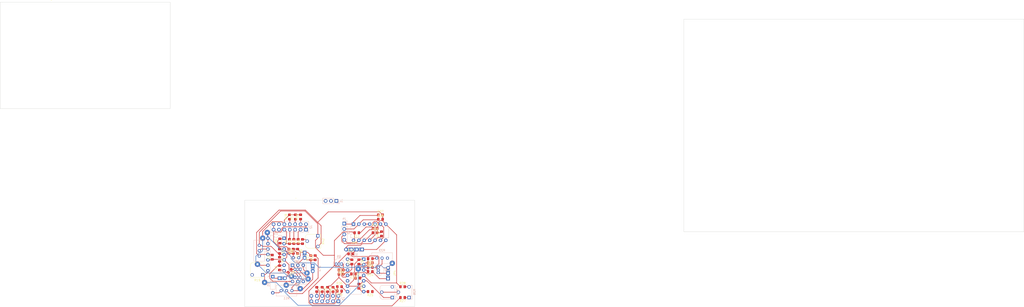
<source format=kicad_pcb>
(kicad_pcb (version 20171130) (host pcbnew 5.1.2)
  (layers (0 F.Cu signal) (31 B.Cu signal) (34 B.Paste user) (35 F.Paste user) (36 B.SilkS user) (37 F.SilkS user) (38 B.Mask user) (39 F.Mask user) (44 Edge.Cuts user))
  (net 0 "")
  (net 1 VCC)
  (net 2 VEE)
  (net 3 C1)
  (net 4 "Net-(C3-Pad1)")
  (net 5 "Net-(C4-Pad2)")
  (net 6 pulse)
  (net 7 "Net-(C5-Pad2)")
  (net 8 sawtooth)
  (net 9 "Net-(C6-Pad2)")
  (net 10 triangle)
  (net 11 "Net-(C7-Pad2)")
  (net 12 square_ctl)
  (net 13 "Net-(C8-Pad2)")
  (net 14 "Net-(D1-Pad2)")
  (net 15 "Net-(D1-Pad1)")
  (net 16 V_lin_pitchmod_1)
  (net 17 V_lin_pitchmod_2)
  (net 18 V_lin_pitchmod_3)
  (net 19 C2)
  (net 20 V_pwm)
  (net 21 ctl_override)
  (net 22 V_control_raw)
  (net 23 V_control_3)
  (net 24 V_control_2)
  (net 25 V_control)
  (net 26 "Net-(J4-Pad4)")
  (net 27 "Net-(J4-Pad3)")
  (net 28 "Net-(J4-Pad2)")
  (net 29 "Net-(J4-Pad1)")
  (net 30 E)
  (net 31 B1)
  (net 32 "Net-(JP4-Pad2)")
  (net 33 "Net-(Q4-Pad3)")
  (net 34 "Net-(Q5-Pad1)")
  (net 35 "Net-(Q5-Pad2)")
  (net 36 "Net-(R1-Pad2)")
  (net 37 V_tune)
  (net 38 "Net-(R6-Pad2)")
  (net 39 "Net-(JP1-Pad1)")
  (net 40 "Net-(R10-Pad1)")
  (net 41 "Net-(R11-Pad2)")
  (net 42 V_expo)
  (net 43 "Net-(R21-Pad1)")
  (net 44 "Net-(R22-Pad1)")
  (net 45 "Net-(R26-Pad2)")
  (net 46 "Net-(R26-Pad1)")
  (net 47 "Net-(R26-Pad3)")
  (net 48 "Net-(R29-Pad1)")
  (net 49 saw_ctl)
  (net 50 "Net-(R32-Pad2)")
  (net 51 "Net-(R36-Pad2)")
  (net 52 "Net-(JP5-Pad4)")
  (net 53 var_vsource)
  (net 54 "Net-(U3-Pad6)")
  (net 55 "Net-(U3-Pad11)")
  (net 56 "Net-(U3-Pad3)")
  (net 57 "Net-(JP5-Pad1)")
  (net 58 GND)
  (module footprints:SolderDipJumper2alt (layer B.Cu) (at 132.7465 129.849)
    (fp_text reference JP2 (at 0 -3.175 180) (layer B.SilkS) (effects (justify mirror)))
    (fp_text value "Rossum connect")
    (pad 2 thru_hole custom (at 1.27 0) (size 1.7 1.7) (drill 1) (layers *.Cu *.Mask) (net 4 "Net-(C3-Pad1)") (options (clearance outline) (anchor circle)) (primitives (gr_poly (pts (xy -0.7 -0.85) (xy -1.3 0) (xy -0.7 0.85) (xy 0 0.85) (xy 0 -0.85)) (width 0))))
    (pad 1 thru_hole custom (at -1.27 0) (size 1.7 1.7) (drill 1) (layers *.Cu *.Mask) (net 15 "Net-(D1-Pad1)") (options (clearance outline) (anchor rect)) (primitives (gr_poly (pts (xy 1.45 0.85) (xy 0.85 0) (xy 1.45 -0.85) (xy -0.05 -0.85) (xy -0.05 0.85)) (width 0))))
  )
  (module Connector_PinHeader_2.54mm:PinHeader_2x07_P2.54mm_Vertical (layer B.Cu) (at 143.9225 106.989 90)
    (fp_text reference J2 (at 1.27 2.33 90) (layer B.SilkS) (effects (justify mirror)))
    (fp_text value "control in")
    (pad 14 thru_hole oval (at 2.54 -15.24 90) (size 1.7 1.7) (drill 1) (layers *.Cu *.Mask) (net 58 GND))
    (pad 13 thru_hole oval (at 0 -15.24 90) (size 1.7 1.7) (drill 1) (layers *.Cu *.Mask) (net 58 GND))
    (pad 12 thru_hole oval (at 2.54 -12.7 90) (size 1.7 1.7) (drill 1) (layers *.Cu *.Mask) (net 20 V_pwm))
    (pad 11 thru_hole oval (at 0 -12.7 90) (size 1.7 1.7) (drill 1) (layers *.Cu *.Mask) (net 21 ctl_override))
    (pad 10 thru_hole oval (at 2.54 -10.16 90) (size 1.7 1.7) (drill 1) (layers *.Cu *.Mask) (net 19 C2))
    (pad 9 thru_hole oval (at 0 -10.16 90) (size 1.7 1.7) (drill 1) (layers *.Cu *.Mask) (net 22 V_control_raw))
    (pad 8 thru_hole oval (at 2.54 -7.62 90) (size 1.7 1.7) (drill 1) (layers *.Cu *.Mask) (net 18 V_lin_pitchmod_3))
    (pad 7 thru_hole oval (at 0 -7.62 90) (size 1.7 1.7) (drill 1) (layers *.Cu *.Mask) (net 23 V_control_3))
    (pad 6 thru_hole oval (at 2.54 -5.08 90) (size 1.7 1.7) (drill 1) (layers *.Cu *.Mask) (net 17 V_lin_pitchmod_2))
    (pad 5 thru_hole oval (at 0 -5.08 90) (size 1.7 1.7) (drill 1) (layers *.Cu *.Mask) (net 24 V_control_2))
    (pad 4 thru_hole oval (at 2.54 -2.54 90) (size 1.7 1.7) (drill 1) (layers *.Cu *.Mask) (net 16 V_lin_pitchmod_1))
    (pad 3 thru_hole oval (at 0 -2.54 90) (size 1.7 1.7) (drill 1) (layers *.Cu *.Mask) (net 25 V_control))
    (pad 2 thru_hole oval (at 2.54 0 90) (size 1.7 1.7) (drill 1) (layers *.Cu *.Mask) (net 58 GND))
    (pad 1 thru_hole rect (at 0 0 90) (size 1.7 1.7) (drill 1) (layers *.Cu *.Mask) (net 58 GND))
  )
  (module Potentiometer_THT:Potentiometer_Runtron_RM-065_Vertical (layer B.Cu) (at 184.5625 138.9295 90)
    (fp_text reference R29 (at 2.6 2.5 90) (layer B.SilkS) (effects (justify mirror)))
    (fp_text value 1Meg)
    (pad 2 thru_hole circle (at 2.5 -5 90) (size 1.55 1.55) (drill 1) (layers *.Cu *.Mask) (net 45 "Net-(R26-Pad2)"))
    (pad 1 thru_hole rect (at 0 0 90) (size 1.55 1.55) (drill 1) (layers *.Cu *.Mask) (net 48 "Net-(R29-Pad1)"))
    (pad 3 thru_hole circle (at 5 0 90) (size 1.55 1.55) (drill 1) (layers *.Cu *.Mask))
  )
  (module Potentiometer_THT:Potentiometer_Bourns_3296W_Vertical (layer B.Cu) (at 177.1965 120.3875 180)
    (fp_text reference R23 (at -2.54 3.66) (layer B.SilkS) (effects (justify mirror)))
    (fp_text value 10k)
    (pad 3 thru_hole circle (at -5.08 0 180) (size 1.44 1.44) (drill 0.8) (layers *.Cu *.Mask))
    (pad 2 thru_hole circle (at -2.54 0 180) (size 1.44 1.44) (drill 0.8) (layers *.Cu *.Mask) (net 33 "Net-(Q4-Pad3)"))
    (pad 1 thru_hole circle (at 0 0 180) (size 1.44 1.44) (drill 0.8) (layers *.Cu *.Mask) (net 44 "Net-(R22-Pad1)"))
  )
  (module Potentiometer_THT:Potentiometer_Runtron_RM-065_Vertical (layer F.Cu) (at 123.6025 128.2615 180)
    (fp_text reference R19 (at 2.6 -2.5 180) (layer F.SilkS))
    (fp_text value 50k)
    (pad 2 thru_hole circle (at 2.5 5 180) (size 1.55 1.55) (drill 1) (layers *.Cu *.Mask) (net 19 C2))
    (pad 1 thru_hole rect (at 0 0 180) (size 1.55 1.55) (drill 1) (layers *.Cu *.Mask) (net 42 V_expo))
    (pad 3 thru_hole circle (at 5 0 180) (size 1.55 1.55) (drill 1) (layers *.Cu *.Mask))
  )
  (module Resistor_SMD:R_0805_2012Metric_Pad1.15x1.40mm_HandSolder (layer F.Cu) (at 148.2405 120.188 90)
    (fp_text reference R13 (at 0 -1.65 90) (layer F.SilkS))
    (fp_text value 100k)
    (pad 2 smd roundrect (at 1.025 0 90) (size 1.15 1.4) (layers F.Cu F.Paste F.Mask) (roundrect_rratio 0.217391) (net 41 "Net-(R11-Pad2)"))
    (pad 1 smd roundrect (at -1.025 0 90) (size 1.15 1.4) (layers F.Cu F.Paste F.Mask) (roundrect_rratio 0.217391) (net 31 B1))
  )
  (module footprints:SolderDipJumper4alt (layer F.Cu) (at 166.5285 116.3235 180)
    (fp_text reference JP5 (at 0 3.175) (layer F.SilkS))
    (fp_text value "ringmod config")
    (pad 3 thru_hole custom (at 1.27 0 180) (size 1.7 1.7) (drill 1) (layers *.Cu *.Mask) (net 21 ctl_override) (options (clearance outline) (anchor circle)) (primitives (gr_poly (pts (xy -0.7 0.85) (xy -1.3 0) (xy -0.7 -0.85) (xy 1.45 -0.85) (xy 0.85 0) (xy 1.45 0.85)) (width 0))))
    (pad 4 thru_hole custom (at 3.81 0 180) (size 1.7 1.7) (drill 1) (layers *.Cu *.Mask) (net 52 "Net-(JP5-Pad4)") (options (clearance outline) (anchor circle)) (primitives (gr_poly (pts (xy -0.7 0.85) (xy -1.3 0) (xy -0.7 -0.85) (xy 0 -0.85) (xy 0 0.85)) (width 0))))
    (pad 2 thru_hole custom (at -1.27 0 180) (size 1.7 1.7) (drill 1) (layers *.Cu *.Mask) (net 49 saw_ctl) (options (clearance outline) (anchor circle)) (primitives (gr_poly (pts (xy -0.7 0.85) (xy -1.3 0) (xy -0.7 -0.85) (xy 1.45 -0.85) (xy 0.85 0) (xy 1.45 0.85)) (width 0))))
    (pad 1 thru_hole custom (at -3.81 0 180) (size 1.7 1.7) (drill 1) (layers *.Cu *.Mask) (net 57 "Net-(JP5-Pad1)") (options (clearance outline) (anchor rect)) (primitives (gr_poly (pts (xy 1.45 -0.85) (xy 0.85 0) (xy 1.45 0.85) (xy -0.05 0.85) (xy -0.05 -0.85)) (width 0))))
  )
  (module footprints:SolderDipJumper3alt (layer F.Cu) (at 182.5305 127.4995 90)
    (fp_text reference JP4 (at 0 3.175 90) (layer F.SilkS))
    (fp_text value "gnd adjust")
    (pad 3 thru_hole custom (at 2.54 0 90) (size 1.7 1.7) (drill 1) (layers *.Cu *.Mask) (net 53 var_vsource) (options (clearance outline) (anchor circle)) (primitives (gr_poly (pts (xy -0.7 0.85) (xy -1.3 0) (xy -0.7 -0.85) (xy 0 -0.85) (xy 0 0.85)) (width 0))))
    (pad 2 thru_hole custom (at 0 0 90) (size 1.7 1.7) (drill 1) (layers *.Cu *.Mask) (net 32 "Net-(JP4-Pad2)") (options (clearance outline) (anchor circle)) (primitives (gr_poly (pts (xy -0.7 0.85) (xy -1.3 0) (xy -0.7 -0.85) (xy 1.45 -0.85) (xy 0.85 0) (xy 1.45 0.85)) (width 0))))
    (pad 1 thru_hole custom (at -2.54 0 90) (size 1.7 1.7) (drill 1) (layers *.Cu *.Mask) (net 58 GND) (options (clearance outline) (anchor rect)) (primitives (gr_poly (pts (xy 1.45 -0.85) (xy 0.85 0) (xy 1.45 0.85) (xy -0.05 0.85) (xy -0.05 -0.85)) (width 0))))
  )
  (module footprints:SolderDipJumper2alt (layer B.Cu) (at 147.0975 125.277 270)
    (fp_text reference JP3 (at 0 -3.175 90) (layer B.SilkS) (effects (justify mirror)))
    (fp_text value "expo in")
    (pad 2 thru_hole custom (at 1.27 0 270) (size 1.7 1.7) (drill 1) (layers *.Cu *.Mask) (net 58 GND) (options (clearance outline) (anchor circle)) (primitives (gr_poly (pts (xy -0.7 -0.85) (xy -1.3 0) (xy -0.7 0.85) (xy 0 0.85) (xy 0 -0.85)) (width 0))))
    (pad 1 thru_hole custom (at -1.27 0 270) (size 1.7 1.7) (drill 1) (layers *.Cu *.Mask) (net 31 B1) (options (clearance outline) (anchor rect)) (primitives (gr_poly (pts (xy 1.45 0.85) (xy 0.85 0) (xy 1.45 -0.85) (xy -0.05 -0.85) (xy -0.05 0.85)) (width 0))))
  )
  (module footprints:SolderDipJumper2alt (layer F.Cu) (at 143.2875 119.054 270)
    (fp_text reference JP1 (at 0 3.175 90) (layer F.SilkS))
    (fp_text value "Rossum override")
    (pad 2 thru_hole custom (at 1.27 0 270) (size 1.7 1.7) (drill 1) (layers *.Cu *.Mask) (net 31 B1) (options (clearance outline) (anchor circle)) (primitives (gr_poly (pts (xy -0.7 0.85) (xy -1.3 0) (xy -0.7 -0.85) (xy 0 -0.85) (xy 0 0.85)) (width 0))))
    (pad 1 thru_hole custom (at -1.27 0 270) (size 1.7 1.7) (drill 1) (layers *.Cu *.Mask) (net 39 "Net-(JP1-Pad1)") (options (clearance outline) (anchor rect)) (primitives (gr_poly (pts (xy 1.45 -0.85) (xy 0.85 0) (xy 1.45 0.85) (xy -0.05 0.85) (xy -0.05 -0.85)) (width 0))))
  )
  (module Package_DIP:DIP-6_W7.62mm_Socket (layer B.Cu) (at 137.5725 123.753 270)
    (fp_text reference J5 (at 3.81 2.33 90) (layer B.SilkS) (effects (justify mirror)))
    (fp_text value "BCM847 breakout socket")
    (pad 6 thru_hole oval (at 7.62 0 270) (size 1.6 1.6) (drill 0.8) (layers *.Cu *.Mask) (net 3 C1))
    (pad 3 thru_hole oval (at 0 -5.08 270) (size 1.6 1.6) (drill 0.8) (layers *.Cu *.Mask) (net 19 C2))
    (pad 5 thru_hole oval (at 7.62 -2.54 270) (size 1.6 1.6) (drill 0.8) (layers *.Cu *.Mask) (net 58 GND))
    (pad 2 thru_hole oval (at 0 -2.54 270) (size 1.6 1.6) (drill 0.8) (layers *.Cu *.Mask) (net 31 B1))
    (pad 4 thru_hole oval (at 7.62 -5.08 270) (size 1.6 1.6) (drill 0.8) (layers *.Cu *.Mask) (net 30 E))
    (pad 1 thru_hole rect (at 0 0 270) (size 1.6 1.6) (drill 0.8) (layers *.Cu *.Mask) (net 30 E))
  )
  (module Package_DIP:DIP-14_W7.62mm (layer B.Cu) (at 166.2745 104.3855 270)
    (fp_text reference U3 (at 3.81 2.33 90) (layer B.SilkS) (effects (justify mirror)))
    (fp_text value 74HC86)
    (pad 14 thru_hole oval (at 7.62 0 270) (size 1.6 1.6) (drill 0.8) (layers *.Cu *.Mask) (net 1 VCC))
    (pad 7 thru_hole oval (at 0 -15.24 270) (size 1.6 1.6) (drill 0.8) (layers *.Cu *.Mask) (net 2 VEE))
    (pad 13 thru_hole oval (at 7.62 -2.54 270) (size 1.6 1.6) (drill 0.8) (layers *.Cu *.Mask) (net 26 "Net-(J4-Pad4)"))
    (pad 6 thru_hole oval (at 0 -12.7 270) (size 1.6 1.6) (drill 0.8) (layers *.Cu *.Mask) (net 54 "Net-(U3-Pad6)"))
    (pad 12 thru_hole oval (at 7.62 -5.08 270) (size 1.6 1.6) (drill 0.8) (layers *.Cu *.Mask) (net 27 "Net-(J4-Pad3)"))
    (pad 5 thru_hole oval (at 0 -10.16 270) (size 1.6 1.6) (drill 0.8) (layers *.Cu *.Mask) (net 55 "Net-(U3-Pad11)"))
    (pad 11 thru_hole oval (at 7.62 -7.62 270) (size 1.6 1.6) (drill 0.8) (layers *.Cu *.Mask) (net 55 "Net-(U3-Pad11)"))
    (pad 4 thru_hole oval (at 0 -7.62 270) (size 1.6 1.6) (drill 0.8) (layers *.Cu *.Mask) (net 56 "Net-(U3-Pad3)"))
    (pad 10 thru_hole oval (at 7.62 -10.16 270) (size 1.6 1.6) (drill 0.8) (layers *.Cu *.Mask) (net 52 "Net-(JP5-Pad4)"))
    (pad 3 thru_hole oval (at 0 -5.08 270) (size 1.6 1.6) (drill 0.8) (layers *.Cu *.Mask) (net 56 "Net-(U3-Pad3)"))
    (pad 9 thru_hole oval (at 7.62 -12.7 270) (size 1.6 1.6) (drill 0.8) (layers *.Cu *.Mask) (net 54 "Net-(U3-Pad6)"))
    (pad 2 thru_hole oval (at 0 -2.54 270) (size 1.6 1.6) (drill 0.8) (layers *.Cu *.Mask) (net 28 "Net-(J4-Pad2)"))
    (pad 8 thru_hole oval (at 7.62 -15.24 270) (size 1.6 1.6) (drill 0.8) (layers *.Cu *.Mask) (net 57 "Net-(JP5-Pad1)"))
    (pad 1 thru_hole rect (at 0 0 270) (size 1.6 1.6) (drill 0.8) (layers *.Cu *.Mask) (net 29 "Net-(J4-Pad1)"))
  )
  (module Package_DIP:DIP-14_W7.62mm (layer B.Cu) (at 171.1005 120.8955 180)
    (fp_text reference U2 (at 3.81 2.33) (layer B.SilkS) (effects (justify mirror)))
    (fp_text value LM324)
    (pad 14 thru_hole oval (at 7.62 0 180) (size 1.6 1.6) (drill 0.8) (layers *.Cu *.Mask) (net 8 sawtooth))
    (pad 7 thru_hole oval (at 0 -15.24 180) (size 1.6 1.6) (drill 0.8) (layers *.Cu *.Mask) (net 12 square_ctl))
    (pad 13 thru_hole oval (at 7.62 -2.54 180) (size 1.6 1.6) (drill 0.8) (layers *.Cu *.Mask) (net 50 "Net-(R32-Pad2)"))
    (pad 6 thru_hole oval (at 0 -12.7 180) (size 1.6 1.6) (drill 0.8) (layers *.Cu *.Mask) (net 10 triangle))
    (pad 12 thru_hole oval (at 7.62 -5.08 180) (size 1.6 1.6) (drill 0.8) (layers *.Cu *.Mask) (net 34 "Net-(Q5-Pad1)"))
    (pad 5 thru_hole oval (at 0 -10.16 180) (size 1.6 1.6) (drill 0.8) (layers *.Cu *.Mask) (net 48 "Net-(R29-Pad1)"))
    (pad 11 thru_hole oval (at 7.62 -7.62 180) (size 1.6 1.6) (drill 0.8) (layers *.Cu *.Mask) (net 1 VCC))
    (pad 4 thru_hole oval (at 0 -7.62 180) (size 1.6 1.6) (drill 0.8) (layers *.Cu *.Mask) (net 2 VEE))
    (pad 10 thru_hole oval (at 7.62 -10.16 180) (size 1.6 1.6) (drill 0.8) (layers *.Cu *.Mask) (net 20 V_pwm))
    (pad 3 thru_hole oval (at 0 -5.08 180) (size 1.6 1.6) (drill 0.8) (layers *.Cu *.Mask) (net 43 "Net-(R21-Pad1)"))
    (pad 9 thru_hole oval (at 7.62 -12.7 180) (size 1.6 1.6) (drill 0.8) (layers *.Cu *.Mask) (net 10 triangle))
    (pad 2 thru_hole oval (at 0 -2.54 180) (size 1.6 1.6) (drill 0.8) (layers *.Cu *.Mask) (net 13 "Net-(C8-Pad2)"))
    (pad 8 thru_hole oval (at 7.62 -15.24 180) (size 1.6 1.6) (drill 0.8) (layers *.Cu *.Mask) (net 51 "Net-(R36-Pad2)"))
    (pad 1 thru_hole rect (at 0 0 180) (size 1.6 1.6) (drill 0.8) (layers *.Cu *.Mask) (net 10 triangle))
  )
  (module Package_DIP:DIP-14_W7.62mm (layer B.Cu) (at 133.6355 111.053 180)
    (fp_text reference U1 (at 3.81 2.33 180) (layer B.SilkS) (effects (justify mirror)))
    (fp_text value LM324)
    (pad 14 thru_hole oval (at 7.62 0 180) (size 1.6 1.6) (drill 0.8) (layers *.Cu *.Mask) (net 53 var_vsource))
    (pad 7 thru_hole oval (at 0 -15.24 180) (size 1.6 1.6) (drill 0.8) (layers *.Cu *.Mask) (net 4 "Net-(C3-Pad1)"))
    (pad 13 thru_hole oval (at 7.62 -2.54 180) (size 1.6 1.6) (drill 0.8) (layers *.Cu *.Mask) (net 53 var_vsource))
    (pad 6 thru_hole oval (at 0 -12.7 180) (size 1.6 1.6) (drill 0.8) (layers *.Cu *.Mask) (net 3 C1))
    (pad 12 thru_hole oval (at 7.62 -5.08 180) (size 1.6 1.6) (drill 0.8) (layers *.Cu *.Mask) (net 36 "Net-(R1-Pad2)"))
    (pad 5 thru_hole oval (at 0 -10.16 180) (size 1.6 1.6) (drill 0.8) (layers *.Cu *.Mask) (net 58 GND))
    (pad 11 thru_hole oval (at 7.62 -7.62 180) (size 1.6 1.6) (drill 0.8) (layers *.Cu *.Mask) (net 2 VEE))
    (pad 4 thru_hole oval (at 0 -7.62 180) (size 1.6 1.6) (drill 0.8) (layers *.Cu *.Mask) (net 1 VCC))
    (pad 10 thru_hole oval (at 7.62 -10.16 180) (size 1.6 1.6) (drill 0.8) (layers *.Cu *.Mask) (net 58 GND))
    (pad 3 thru_hole oval (at 0 -5.08 180) (size 1.6 1.6) (drill 0.8) (layers *.Cu *.Mask) (net 58 GND))
    (pad 9 thru_hole oval (at 7.62 -12.7 180) (size 1.6 1.6) (drill 0.8) (layers *.Cu *.Mask) (net 19 C2))
    (pad 2 thru_hole oval (at 0 -2.54 180) (size 1.6 1.6) (drill 0.8) (layers *.Cu *.Mask) (net 22 V_control_raw))
    (pad 8 thru_hole oval (at 7.62 -15.24 180) (size 1.6 1.6) (drill 0.8) (layers *.Cu *.Mask) (net 42 V_expo))
    (pad 1 thru_hole rect (at 0 0 180) (size 1.6 1.6) (drill 0.8) (layers *.Cu *.Mask) (net 38 "Net-(R6-Pad2)"))
  )
  (module Potentiometer_THT:Potentiometer_Runtron_RM-065_Vertical (layer F.Cu) (at 149.5105 109.91 270)
    (fp_text reference R42 (at 2.6 -2.5 90) (layer F.SilkS))
    (fp_text value TODO)
    (pad 2 thru_hole circle (at 2.5 5 270) (size 1.55 1.55) (drill 1) (layers *.Cu *.Mask) (net 37 V_tune))
    (pad 1 thru_hole rect (at 0 0 270) (size 1.55 1.55) (drill 1) (layers *.Cu *.Mask) (net 1 VCC))
    (pad 3 thru_hole circle (at 5 0 270) (size 1.55 1.55) (drill 1) (layers *.Cu *.Mask) (net 2 VEE))
  )
  (module Resistor_SMD:R_0805_2012Metric_Pad1.15x1.40mm_HandSolder (layer F.Cu) (at 179.4825 108.9485 90)
    (fp_text reference R41 (at 0 -1.65 90) (layer F.SilkS))
    (fp_text value 100k)
    (pad 2 smd roundrect (at 1.025 0 90) (size 1.15 1.4) (layers F.Cu F.Paste F.Mask) (roundrect_rratio 0.217391) (net 2 VEE))
    (pad 1 smd roundrect (at -1.025 0 90) (size 1.15 1.4) (layers F.Cu F.Paste F.Mask) (roundrect_rratio 0.217391) (net 52 "Net-(JP5-Pad4)"))
  )
  (module Resistor_SMD:R_0805_2012Metric_Pad1.15x1.40mm_HandSolder (layer F.Cu) (at 176.4435 106.4175)
    (fp_text reference R40 (at 0 -1.65) (layer F.SilkS))
    (fp_text value 100k)
    (pad 2 smd roundrect (at 1.025 0) (size 1.15 1.4) (layers F.Cu F.Paste F.Mask) (roundrect_rratio 0.217391) (net 2 VEE))
    (pad 1 smd roundrect (at -1.025 0) (size 1.15 1.4) (layers F.Cu F.Paste F.Mask) (roundrect_rratio 0.217391) (net 26 "Net-(J4-Pad4)"))
  )
  (module Resistor_SMD:R_0805_2012Metric_Pad1.15x1.40mm_HandSolder (layer F.Cu) (at 176.4435 108.4495)
    (fp_text reference R39 (at 0 -1.65) (layer F.SilkS))
    (fp_text value 100k)
    (pad 2 smd roundrect (at 1.025 0) (size 1.15 1.4) (layers F.Cu F.Paste F.Mask) (roundrect_rratio 0.217391) (net 2 VEE))
    (pad 1 smd roundrect (at -1.025 0) (size 1.15 1.4) (layers F.Cu F.Paste F.Mask) (roundrect_rratio 0.217391) (net 27 "Net-(J4-Pad3)"))
  )
  (module Resistor_SMD:R_0805_2012Metric_Pad1.15x1.40mm_HandSolder (layer F.Cu) (at 178.9745 102.0995)
    (fp_text reference R38 (at 0 -1.65) (layer F.SilkS))
    (fp_text value 100k)
    (pad 2 smd roundrect (at 1.025 0) (size 1.15 1.4) (layers F.Cu F.Paste F.Mask) (roundrect_rratio 0.217391) (net 2 VEE))
    (pad 1 smd roundrect (at -1.025 0) (size 1.15 1.4) (layers F.Cu F.Paste F.Mask) (roundrect_rratio 0.217391) (net 28 "Net-(J4-Pad2)"))
  )
  (module Resistor_SMD:R_0805_2012Metric_Pad1.15x1.40mm_HandSolder (layer F.Cu) (at 178.9745 100.0675)
    (fp_text reference R37 (at 0 -1.65) (layer F.SilkS))
    (fp_text value 100k)
    (pad 2 smd roundrect (at 1.025 0) (size 1.15 1.4) (layers F.Cu F.Paste F.Mask) (roundrect_rratio 0.217391) (net 2 VEE))
    (pad 1 smd roundrect (at -1.025 0) (size 1.15 1.4) (layers F.Cu F.Paste F.Mask) (roundrect_rratio 0.217391) (net 29 "Net-(J4-Pad1)"))
  )
  (module Resistor_SMD:R_0805_2012Metric_Pad1.15x1.40mm_HandSolder (layer F.Cu) (at 159.6795 133.8495)
    (fp_text reference R36 (at 0 -1.65) (layer F.SilkS))
    (fp_text value 2.2k)
    (pad 2 smd roundrect (at 1.025 0) (size 1.15 1.4) (layers F.Cu F.Paste F.Mask) (roundrect_rratio 0.217391) (net 51 "Net-(R36-Pad2)"))
    (pad 1 smd roundrect (at -1.025 0) (size 1.15 1.4) (layers F.Cu F.Paste F.Mask) (roundrect_rratio 0.217391) (net 6 pulse))
  )
  (module Resistor_SMD:R_0805_2012Metric_Pad1.15x1.40mm_HandSolder (layer F.Cu) (at 159.6795 135.8815 180)
    (fp_text reference R35 (at 0 -1.65) (layer F.SilkS))
    (fp_text value 1k)
    (pad 2 smd roundrect (at 1.025 0 180) (size 1.15 1.4) (layers F.Cu F.Paste F.Mask) (roundrect_rratio 0.217391) (net 6 pulse))
    (pad 1 smd roundrect (at -1.025 0 180) (size 1.15 1.4) (layers F.Cu F.Paste F.Mask) (roundrect_rratio 0.217391) (net 58 GND))
  )
  (module Resistor_SMD:R_0805_2012Metric_Pad1.15x1.40mm_HandSolder (layer F.Cu) (at 165.5125 122.1745 90)
    (fp_text reference R34 (at 0 -1.65 90) (layer F.SilkS))
    (fp_text value 100k)
    (pad 2 smd roundrect (at 1.025 0 90) (size 1.15 1.4) (layers F.Cu F.Paste F.Mask) (roundrect_rratio 0.217391) (net 8 sawtooth))
    (pad 1 smd roundrect (at -1.025 0 90) (size 1.15 1.4) (layers F.Cu F.Paste F.Mask) (roundrect_rratio 0.217391) (net 50 "Net-(R32-Pad2)"))
  )
  (module Resistor_SMD:R_0805_2012Metric_Pad1.15x1.40mm_HandSolder (layer F.Cu) (at 160.4415 125.9755 180)
    (fp_text reference R33 (at 0 -1.65) (layer F.SilkS))
    (fp_text value 100k)
    (pad 2 smd roundrect (at 1.025 0 180) (size 1.15 1.4) (layers F.Cu F.Paste F.Mask) (roundrect_rratio 0.217391) (net 10 triangle))
    (pad 1 smd roundrect (at -1.025 0 180) (size 1.15 1.4) (layers F.Cu F.Paste F.Mask) (roundrect_rratio 0.217391) (net 34 "Net-(Q5-Pad1)"))
  )
  (module Resistor_SMD:R_0805_2012Metric_Pad1.15x1.40mm_HandSolder (layer F.Cu) (at 160.4235 127.944)
    (fp_text reference R32 (at 0 -1.65) (layer F.SilkS))
    (fp_text value 100k)
    (pad 2 smd roundrect (at 1.025 0) (size 1.15 1.4) (layers F.Cu F.Paste F.Mask) (roundrect_rratio 0.217391) (net 50 "Net-(R32-Pad2)"))
    (pad 1 smd roundrect (at -1.025 0) (size 1.15 1.4) (layers F.Cu F.Paste F.Mask) (roundrect_rratio 0.217391) (net 10 triangle))
  )
  (module Resistor_SMD:R_0805_2012Metric_Pad1.15x1.40mm_HandSolder (layer F.Cu) (at 164.9955 118.3555)
    (fp_text reference R31 (at 0 -1.65) (layer F.SilkS))
    (fp_text value 10k)
    (pad 2 smd roundrect (at 1.025 0) (size 1.15 1.4) (layers F.Cu F.Paste F.Mask) (roundrect_rratio 0.217391) (net 49 saw_ctl))
    (pad 1 smd roundrect (at -1.025 0) (size 1.15 1.4) (layers F.Cu F.Paste F.Mask) (roundrect_rratio 0.217391) (net 35 "Net-(Q5-Pad2)"))
  )
  (module Resistor_SMD:R_0805_2012Metric_Pad1.15x1.40mm_HandSolder (layer F.Cu) (at 168.8145 133.5955 270)
    (fp_text reference R30 (at 0 -1.65 90) (layer F.SilkS))
    (fp_text value 100k)
    (pad 2 smd roundrect (at 1.025 0 270) (size 1.15 1.4) (layers F.Cu F.Paste F.Mask) (roundrect_rratio 0.217391) (net 12 square_ctl))
    (pad 1 smd roundrect (at -1.025 0 270) (size 1.15 1.4) (layers F.Cu F.Paste F.Mask) (roundrect_rratio 0.217391) (net 48 "Net-(R29-Pad1)"))
  )
  (module Resistor_SMD:R_0805_2012Metric_Pad1.15x1.40mm_HandSolder (layer F.Cu) (at 189.3795 133.8495)
    (fp_text reference R28 (at 0 -1.65) (layer F.SilkS))
    (fp_text value 10k)
    (pad 2 smd roundrect (at 1.025 0) (size 1.15 1.4) (layers F.Cu F.Paste F.Mask) (roundrect_rratio 0.217391) (net 47 "Net-(R26-Pad3)"))
    (pad 1 smd roundrect (at -1.025 0) (size 1.15 1.4) (layers F.Cu F.Paste F.Mask) (roundrect_rratio 0.217391) (net 2 VEE))
  )
  (module Resistor_SMD:R_0805_2012Metric_Pad1.15x1.40mm_HandSolder (layer F.Cu) (at 189.3885 138.9295 180)
    (fp_text reference R27 (at 0 -1.65) (layer F.SilkS))
    (fp_text value 10k)
    (pad 2 smd roundrect (at 1.025 0 180) (size 1.15 1.4) (layers F.Cu F.Paste F.Mask) (roundrect_rratio 0.217391) (net 1 VCC))
    (pad 1 smd roundrect (at -1.025 0 180) (size 1.15 1.4) (layers F.Cu F.Paste F.Mask) (roundrect_rratio 0.217391) (net 46 "Net-(R26-Pad1)"))
  )
  (module Potentiometer_THT:Potentiometer_Runtron_RM-065_Vertical (layer B.Cu) (at 192.4365 138.9295 90)
    (fp_text reference R26 (at 2.6 2.5 90) (layer B.SilkS) (effects (justify mirror)))
    (fp_text value 20k)
    (pad 2 thru_hole circle (at 2.5 -5 90) (size 1.55 1.55) (drill 1) (layers *.Cu *.Mask) (net 45 "Net-(R26-Pad2)"))
    (pad 1 thru_hole rect (at 0 0 90) (size 1.55 1.55) (drill 1) (layers *.Cu *.Mask) (net 46 "Net-(R26-Pad1)"))
    (pad 3 thru_hole circle (at 5 0 90) (size 1.55 1.55) (drill 1) (layers *.Cu *.Mask) (net 47 "Net-(R26-Pad3)"))
  )
  (module Resistor_SMD:R_0805_2012Metric_Pad1.15x1.40mm_HandSolder (layer F.Cu) (at 174.1395 136.1355 180)
    (fp_text reference R25 (at 0 -1.65) (layer F.SilkS))
    (fp_text value 10k)
    (pad 2 smd roundrect (at 1.025 0 180) (size 1.15 1.4) (layers F.Cu F.Paste F.Mask) (roundrect_rratio 0.217391) (net 12 square_ctl))
    (pad 1 smd roundrect (at -1.025 0 180) (size 1.15 1.4) (layers F.Cu F.Paste F.Mask) (roundrect_rratio 0.217391) (net 21 ctl_override))
  )
  (module Resistor_SMD:R_0805_2012Metric_Pad1.15x1.40mm_HandSolder (layer F.Cu) (at 174.1575 126.7375 180)
    (fp_text reference R24 (at 0 -1.65) (layer F.SilkS))
    (fp_text value 47k)
    (pad 2 smd roundrect (at 1.025 0 180) (size 1.15 1.4) (layers F.Cu F.Paste F.Mask) (roundrect_rratio 0.217391) (net 43 "Net-(R21-Pad1)"))
    (pad 1 smd roundrect (at -1.025 0 180) (size 1.15 1.4) (layers F.Cu F.Paste F.Mask) (roundrect_rratio 0.217391) (net 58 GND))
  )
  (module Resistor_SMD:R_0805_2012Metric_Pad1.15x1.40mm_HandSolder (layer F.Cu) (at 174.1575 120.6415 180)
    (fp_text reference R22 (at 0 -1.65) (layer F.SilkS))
    (fp_text value 47k)
    (pad 2 smd roundrect (at 1.025 0 180) (size 1.15 1.4) (layers F.Cu F.Paste F.Mask) (roundrect_rratio 0.217391) (net 13 "Net-(C8-Pad2)"))
    (pad 1 smd roundrect (at -1.025 0 180) (size 1.15 1.4) (layers F.Cu F.Paste F.Mask) (roundrect_rratio 0.217391) (net 44 "Net-(R22-Pad1)"))
  )
  (module Resistor_SMD:R_0805_2012Metric_Pad1.15x1.40mm_HandSolder (layer F.Cu) (at 174.1575 124.714)
    (fp_text reference R21 (at 0 -1.65) (layer F.SilkS))
    (fp_text value 47k)
    (pad 2 smd roundrect (at 1.025 0) (size 1.15 1.4) (layers F.Cu F.Paste F.Mask) (roundrect_rratio 0.217391) (net 42 V_expo))
    (pad 1 smd roundrect (at -1.025 0) (size 1.15 1.4) (layers F.Cu F.Paste F.Mask) (roundrect_rratio 0.217391) (net 43 "Net-(R21-Pad1)"))
  )
  (module Resistor_SMD:R_0805_2012Metric_Pad1.15x1.40mm_HandSolder (layer F.Cu) (at 174.1575 122.555 180)
    (fp_text reference R20 (at 0 -1.65) (layer F.SilkS))
    (fp_text value 100k)
    (pad 2 smd roundrect (at 1.025 0 180) (size 1.15 1.4) (layers F.Cu F.Paste F.Mask) (roundrect_rratio 0.217391) (net 13 "Net-(C8-Pad2)"))
    (pad 1 smd roundrect (at -1.025 0 180) (size 1.15 1.4) (layers F.Cu F.Paste F.Mask) (roundrect_rratio 0.217391) (net 42 V_expo))
  )
  (module Resistor_SMD:R_0805_2012Metric_Pad1.15x1.40mm_HandSolder (layer F.Cu) (at 136.1755 101.02 90)
    (fp_text reference R18 (at 0 -1.65 90) (layer F.SilkS))
    (fp_text value TODO)
    (pad 2 smd roundrect (at 1.025 0 90) (size 1.15 1.4) (layers F.Cu F.Paste F.Mask) (roundrect_rratio 0.217391) (net 19 C2))
    (pad 1 smd roundrect (at -1.025 0 90) (size 1.15 1.4) (layers F.Cu F.Paste F.Mask) (roundrect_rratio 0.217391) (net 18 V_lin_pitchmod_3))
  )
  (module Resistor_SMD:R_0805_2012Metric_Pad1.15x1.40mm_HandSolder (layer F.Cu) (at 138.9695 101.02 90)
    (fp_text reference R17 (at 0 -1.65 90) (layer F.SilkS))
    (fp_text value TODO)
    (pad 2 smd roundrect (at 1.025 0 90) (size 1.15 1.4) (layers F.Cu F.Paste F.Mask) (roundrect_rratio 0.217391) (net 19 C2))
    (pad 1 smd roundrect (at -1.025 0 90) (size 1.15 1.4) (layers F.Cu F.Paste F.Mask) (roundrect_rratio 0.217391) (net 17 V_lin_pitchmod_2))
  )
  (module Resistor_SMD:R_0805_2012Metric_Pad1.15x1.40mm_HandSolder (layer F.Cu) (at 141.3825 101.011 90)
    (fp_text reference R16 (at 0 -1.65 90) (layer F.SilkS))
    (fp_text value TODO)
    (pad 2 smd roundrect (at 1.025 0 90) (size 1.15 1.4) (layers F.Cu F.Paste F.Mask) (roundrect_rratio 0.217391) (net 19 C2))
    (pad 1 smd roundrect (at -1.025 0 90) (size 1.15 1.4) (layers F.Cu F.Paste F.Mask) (roundrect_rratio 0.217391) (net 16 V_lin_pitchmod_1))
  )
  (module Resistor_SMD:R_0805_2012Metric_Pad1.15x1.40mm_HandSolder (layer F.Cu) (at 136.339716 126.382784 225)
    (fp_text reference R15 (at 0 -1.65 45) (layer F.SilkS))
    (fp_text value 1k)
    (pad 2 smd roundrect (at 1.025 0 225) (size 1.15 1.4) (layers F.Cu F.Paste F.Mask) (roundrect_rratio 0.217391) (net 4 "Net-(C3-Pad1)"))
    (pad 1 smd roundrect (at -1.025 0 225) (size 1.15 1.4) (layers F.Cu F.Paste F.Mask) (roundrect_rratio 0.217391) (net 30 E))
  )
  (module Resistor_SMD:R_0805_2012Metric_Pad1.15x1.40mm_HandSolder (layer F.Cu) (at 131.4765 120.959 270)
    (fp_text reference R14 (at 0 -1.65 90) (layer F.SilkS))
    (fp_text value 100k)
    (pad 2 smd roundrect (at 1.025 0 270) (size 1.15 1.4) (layers F.Cu F.Paste F.Mask) (roundrect_rratio 0.217391) (net 3 C1))
    (pad 1 smd roundrect (at -1.025 0 270) (size 1.15 1.4) (layers F.Cu F.Paste F.Mask) (roundrect_rratio 0.217391) (net 1 VCC))
  )
  (module Resistor_SMD:R_0805_2012Metric_Pad1.15x1.40mm_HandSolder (layer F.Cu) (at 146.2085 120.206 90)
    (fp_text reference R12 (at 0 -1.65 90) (layer F.SilkS))
    (fp_text value 4.7k)
    (pad 2 smd roundrect (at 1.025 0 90) (size 1.15 1.4) (layers F.Cu F.Paste F.Mask) (roundrect_rratio 0.217391) (net 39 "Net-(JP1-Pad1)"))
    (pad 1 smd roundrect (at -1.025 0 90) (size 1.15 1.4) (layers F.Cu F.Paste F.Mask) (roundrect_rratio 0.217391) (net 31 B1))
  )
  (module Potentiometer_THT:Potentiometer_Bourns_3296W_Vertical (layer B.Cu) (at 137.3185 135.691)
    (fp_text reference R11 (at -2.54 3.66) (layer B.SilkS) (effects (justify mirror)))
    (fp_text value 1k)
    (pad 3 thru_hole circle (at -5.08 0) (size 1.44 1.44) (drill 0.8) (layers *.Cu *.Mask) (net 14 "Net-(D1-Pad2)"))
    (pad 2 thru_hole circle (at -2.54 0) (size 1.44 1.44) (drill 0.8) (layers *.Cu *.Mask) (net 41 "Net-(R11-Pad2)"))
    (pad 1 thru_hole circle (at 0 0) (size 1.44 1.44) (drill 0.8) (layers *.Cu *.Mask) (net 58 GND))
  )
  (module Resistor_SMD:R_0805_2012Metric_Pad1.15x1.40mm_HandSolder (layer F.Cu) (at 137.9535 117.14 90)
    (fp_text reference R10 (at 0 -1.65 90) (layer F.SilkS))
    (fp_text value 1k)
    (pad 2 smd roundrect (at 1.025 0 90) (size 1.15 1.4) (layers F.Cu F.Paste F.Mask) (roundrect_rratio 0.217391) (net 39 "Net-(JP1-Pad1)"))
    (pad 1 smd roundrect (at -1.025 0 90) (size 1.15 1.4) (layers F.Cu F.Paste F.Mask) (roundrect_rratio 0.217391) (net 40 "Net-(R10-Pad1)"))
  )
  (module Resistor_SMD:R_0805_2012Metric_Pad1.15x1.40mm_HandSolder (layer F.Cu) (at 139.9855 117.158 270)
    (fp_text reference R9 (at 0 -1.65 90) (layer F.SilkS))
    (fp_text value 2.2k)
    (pad 2 smd roundrect (at 1.025 0 270) (size 1.15 1.4) (layers F.Cu F.Paste F.Mask) (roundrect_rratio 0.217391) (net 58 GND))
    (pad 1 smd roundrect (at -1.025 0 270) (size 1.15 1.4) (layers F.Cu F.Paste F.Mask) (roundrect_rratio 0.217391) (net 39 "Net-(JP1-Pad1)"))
  )
  (module Resistor_SMD:R_0805_2012Metric_Pad1.15x1.40mm_HandSolder (layer F.Cu) (at 135.9215 117.149 270)
    (fp_text reference R8 (at 0 -1.65 90) (layer F.SilkS))
    (fp_text value 150)
    (pad 2 smd roundrect (at 1.025 0 270) (size 1.15 1.4) (layers F.Cu F.Paste F.Mask) (roundrect_rratio 0.217391) (net 40 "Net-(R10-Pad1)"))
    (pad 1 smd roundrect (at -1.025 0 270) (size 1.15 1.4) (layers F.Cu F.Paste F.Mask) (roundrect_rratio 0.217391) (net 38 "Net-(R6-Pad2)"))
  )
  (module Resistor_THT:R_Axial_DIN0204_L3.6mm_D1.6mm_P2.54mm_Vertical (layer B.Cu) (at 137.9535 120.197)
    (fp_text reference R7 (at 1.27 1.92) (layer B.SilkS) (effects (justify mirror)))
    (fp_text value 1k)
    (pad 2 thru_hole oval (at 2.54 0) (size 1.4 1.4) (drill 0.7) (layers *.Cu *.Mask) (net 39 "Net-(JP1-Pad1)"))
    (pad 1 thru_hole circle (at 0 0) (size 1.4 1.4) (drill 0.7) (layers *.Cu *.Mask) (net 40 "Net-(R10-Pad1)"))
  )
  (module Resistor_SMD:R_0805_2012Metric_Pad1.15x1.40mm_HandSolder (layer F.Cu) (at 131.6035 112.323 90)
    (fp_text reference R6 (at 0 -1.65 90) (layer F.SilkS))
    (fp_text value 12k2)
    (pad 2 smd roundrect (at 1.025 0 90) (size 1.15 1.4) (layers F.Cu F.Paste F.Mask) (roundrect_rratio 0.217391) (net 38 "Net-(R6-Pad2)"))
    (pad 1 smd roundrect (at -1.025 0 90) (size 1.15 1.4) (layers F.Cu F.Paste F.Mask) (roundrect_rratio 0.217391) (net 22 V_control_raw))
  )
  (module Resistor_SMD:R_0805_2012Metric_Pad1.15x1.40mm_HandSolder (layer F.Cu) (at 142.2715 112.586 90)
    (fp_text reference R5 (at 0 -1.65 90) (layer F.SilkS))
    (fp_text value 220k)
    (pad 2 smd roundrect (at 1.025 0 90) (size 1.15 1.4) (layers F.Cu F.Paste F.Mask) (roundrect_rratio 0.217391) (net 37 V_tune))
    (pad 1 smd roundrect (at -1.025 0 90) (size 1.15 1.4) (layers F.Cu F.Paste F.Mask) (roundrect_rratio 0.217391) (net 22 V_control_raw))
  )
  (module Resistor_SMD:R_0805_2012Metric_Pad1.15x1.40mm_HandSolder (layer F.Cu) (at 136.1755 112.577 90)
    (fp_text reference R4 (at 0 -1.65 90) (layer F.SilkS))
    (fp_text value 147k)
    (pad 2 smd roundrect (at 1.025 0 90) (size 1.15 1.4) (layers F.Cu F.Paste F.Mask) (roundrect_rratio 0.217391) (net 23 V_control_3))
    (pad 1 smd roundrect (at -1.025 0 90) (size 1.15 1.4) (layers F.Cu F.Paste F.Mask) (roundrect_rratio 0.217391) (net 22 V_control_raw))
  )
  (module Resistor_SMD:R_0805_2012Metric_Pad1.15x1.40mm_HandSolder (layer F.Cu) (at 138.2075 112.568 90)
    (fp_text reference R3 (at 0 -1.65 90) (layer F.SilkS))
    (fp_text value 147k)
    (pad 2 smd roundrect (at 1.025 0 90) (size 1.15 1.4) (layers F.Cu F.Paste F.Mask) (roundrect_rratio 0.217391) (net 24 V_control_2))
    (pad 1 smd roundrect (at -1.025 0 90) (size 1.15 1.4) (layers F.Cu F.Paste F.Mask) (roundrect_rratio 0.217391) (net 22 V_control_raw))
  )
  (module Resistor_SMD:R_0805_2012Metric_Pad1.15x1.40mm_HandSolder (layer F.Cu) (at 140.2395 112.577 90)
    (fp_text reference R2 (at 0 -1.65 90) (layer F.SilkS))
    (fp_text value 147k)
    (pad 2 smd roundrect (at 1.025 0 90) (size 1.15 1.4) (layers F.Cu F.Paste F.Mask) (roundrect_rratio 0.217391) (net 25 V_control))
    (pad 1 smd roundrect (at -1.025 0 90) (size 1.15 1.4) (layers F.Cu F.Paste F.Mask) (roundrect_rratio 0.217391) (net 22 V_control_raw))
  )
  (module Potentiometer_THT:Potentiometer_Bourns_3296W_Vertical (layer B.Cu) (at 121.9515 114.355 90)
    (fp_text reference R1 (at -2.54 3.66 90) (layer B.SilkS) (effects (justify mirror)))
    (fp_text value 10k)
    (pad 3 thru_hole circle (at -5.08 0 90) (size 1.44 1.44) (drill 0.8) (layers *.Cu *.Mask) (net 2 VEE))
    (pad 2 thru_hole circle (at -2.54 0 90) (size 1.44 1.44) (drill 0.8) (layers *.Cu *.Mask) (net 36 "Net-(R1-Pad2)"))
    (pad 1 thru_hole circle (at 0 0 90) (size 1.44 1.44) (drill 0.8) (layers *.Cu *.Mask) (net 1 VCC))
  )
  (module Package_TO_SOT_THT:TO-92_Inline (layer B.Cu) (at 160.6865 123.1815 180)
    (fp_text reference Q5 (at 1.27 3.56) (layer B.SilkS) (effects (justify mirror)))
    (fp_text value BC547)
    (pad 1 thru_hole rect (at 0 0 180) (size 1.05 1.5) (drill 0.75) (layers *.Cu *.Mask) (net 34 "Net-(Q5-Pad1)"))
    (pad 3 thru_hole oval (at 2.54 0 180) (size 1.05 1.5) (drill 0.75) (layers *.Cu *.Mask) (net 58 GND))
    (pad 2 thru_hole oval (at 1.27 0 180) (size 1.05 1.5) (drill 0.75) (layers *.Cu *.Mask) (net 35 "Net-(Q5-Pad2)"))
  )
  (module Package_TO_SOT_THT:TO-92_Inline (layer B.Cu) (at 177.9585 127.2455 90)
    (fp_text reference Q4 (at 1.27 3.56 90) (layer B.SilkS) (effects (justify mirror)))
    (fp_text value 2N7000)
    (pad 1 thru_hole rect (at 0 0 90) (size 1.05 1.5) (drill 0.75) (layers *.Cu *.Mask) (net 32 "Net-(JP4-Pad2)"))
    (pad 3 thru_hole oval (at 2.54 0 90) (size 1.05 1.5) (drill 0.75) (layers *.Cu *.Mask) (net 33 "Net-(Q4-Pad3)"))
    (pad 2 thru_hole oval (at 1.27 0 90) (size 1.05 1.5) (drill 0.75) (layers *.Cu *.Mask) (net 21 ctl_override))
  )
  (module Package_TO_SOT_THT:TO-92_Inline (layer B.Cu) (at 138.7155 129.468)
    (fp_text reference Q3 (at 1.27 3.56) (layer B.SilkS) (effects (justify mirror)))
    (fp_text value BC547)
    (pad 1 thru_hole rect (at 0 0) (size 1.05 1.5) (drill 0.75) (layers *.Cu *.Mask) (net 19 C2))
    (pad 3 thru_hole oval (at 2.54 0) (size 1.05 1.5) (drill 0.75) (layers *.Cu *.Mask) (net 30 E))
    (pad 2 thru_hole oval (at 1.27 0) (size 1.05 1.5) (drill 0.75) (layers *.Cu *.Mask) (net 58 GND))
  )
  (module Package_TO_SOT_THT:TO-92_Inline (layer B.Cu) (at 141.2555 125.658 180)
    (fp_text reference Q2 (at 1.27 3.56) (layer B.SilkS) (effects (justify mirror)))
    (fp_text value BC547)
    (pad 1 thru_hole rect (at 0 0 180) (size 1.05 1.5) (drill 0.75) (layers *.Cu *.Mask) (net 3 C1))
    (pad 3 thru_hole oval (at 2.54 0 180) (size 1.05 1.5) (drill 0.75) (layers *.Cu *.Mask) (net 30 E))
    (pad 2 thru_hole oval (at 1.27 0 180) (size 1.05 1.5) (drill 0.75) (layers *.Cu *.Mask) (net 31 B1))
  )
  (module Connector_PinHeader_2.54mm:PinHeader_1x04_P2.54mm_Vertical (layer B.Cu) (at 161.9565 104.1315 180)
    (fp_text reference J4 (at 0 2.33) (layer B.SilkS) (effects (justify mirror)))
    (fp_text value "ringmod in")
    (pad 4 thru_hole oval (at 0 -7.62 180) (size 1.7 1.7) (drill 1) (layers *.Cu *.Mask) (net 26 "Net-(J4-Pad4)"))
    (pad 3 thru_hole oval (at 0 -5.08 180) (size 1.7 1.7) (drill 1) (layers *.Cu *.Mask) (net 27 "Net-(J4-Pad3)"))
    (pad 2 thru_hole oval (at 0 -2.54 180) (size 1.7 1.7) (drill 1) (layers *.Cu *.Mask) (net 28 "Net-(J4-Pad2)"))
    (pad 1 thru_hole rect (at 0 0 180) (size 1.7 1.7) (drill 1) (layers *.Cu *.Mask) (net 29 "Net-(J4-Pad1)"))
  )
  (module Connector_PinHeader_2.54mm:PinHeader_2x06_P2.54mm_Vertical (layer B.Cu) (at 159.1625 140.7075 90)
    (fp_text reference J3 (at 1.27 2.33 90) (layer B.SilkS) (effects (justify mirror)))
    (fp_text value "signal out")
    (pad 12 thru_hole oval (at 2.54 -12.7 90) (size 1.7 1.7) (drill 1) (layers *.Cu *.Mask) (net 58 GND))
    (pad 11 thru_hole oval (at 0 -12.7 90) (size 1.7 1.7) (drill 1) (layers *.Cu *.Mask) (net 58 GND))
    (pad 10 thru_hole oval (at 2.54 -10.16 90) (size 1.7 1.7) (drill 1) (layers *.Cu *.Mask) (net 11 "Net-(C7-Pad2)"))
    (pad 9 thru_hole oval (at 0 -10.16 90) (size 1.7 1.7) (drill 1) (layers *.Cu *.Mask) (net 12 square_ctl))
    (pad 8 thru_hole oval (at 2.54 -7.62 90) (size 1.7 1.7) (drill 1) (layers *.Cu *.Mask) (net 7 "Net-(C5-Pad2)"))
    (pad 7 thru_hole oval (at 0 -7.62 90) (size 1.7 1.7) (drill 1) (layers *.Cu *.Mask) (net 8 sawtooth))
    (pad 6 thru_hole oval (at 2.54 -5.08 90) (size 1.7 1.7) (drill 1) (layers *.Cu *.Mask) (net 9 "Net-(C6-Pad2)"))
    (pad 5 thru_hole oval (at 0 -5.08 90) (size 1.7 1.7) (drill 1) (layers *.Cu *.Mask) (net 10 triangle))
    (pad 4 thru_hole oval (at 2.54 -2.54 90) (size 1.7 1.7) (drill 1) (layers *.Cu *.Mask) (net 5 "Net-(C4-Pad2)"))
    (pad 3 thru_hole oval (at 0 -2.54 90) (size 1.7 1.7) (drill 1) (layers *.Cu *.Mask) (net 6 pulse))
    (pad 2 thru_hole oval (at 2.54 0 90) (size 1.7 1.7) (drill 1) (layers *.Cu *.Mask) (net 58 GND))
    (pad 1 thru_hole rect (at 0 0 90) (size 1.7 1.7) (drill 1) (layers *.Cu *.Mask) (net 58 GND))
  )
  (module Connector_PinHeader_2.54mm:PinHeader_1x03_P2.54mm_Vertical (layer B.Cu) (at 158.242 93.472 90)
    (fp_text reference J1 (at 0 2.33 90) (layer B.SilkS) (effects (justify mirror)))
    (fp_text value "power supply")
    (pad 3 thru_hole oval (at 0 -5.08 90) (size 1.7 1.7) (drill 1) (layers *.Cu *.Mask) (net 2 VEE))
    (pad 2 thru_hole oval (at 0 -2.54 90) (size 1.7 1.7) (drill 1) (layers *.Cu *.Mask) (net 58 GND))
    (pad 1 thru_hole rect (at 0 0 90) (size 1.7 1.7) (drill 1) (layers *.Cu *.Mask) (net 1 VCC))
  )
  (module Diode_THT:D_DO-35_SOD27_P7.62mm_Horizontal (layer B.Cu) (at 128.3015 129.087 270)
    (fp_text reference D1 (at 3.81 2.12 90) (layer B.SilkS) (effects (justify mirror)))
    (fp_text value 1N4148)
    (fp_text user K (at 0 1.8 90) (layer B.SilkS) (effects (justify mirror)))
    (pad 2 thru_hole oval (at 7.62 0 270) (size 1.6 1.6) (drill 0.8) (layers *.Cu *.Mask) (net 14 "Net-(D1-Pad2)"))
    (pad 1 thru_hole rect (at 0 0 270) (size 1.6 1.6) (drill 0.8) (layers *.Cu *.Mask) (net 15 "Net-(D1-Pad1)"))
  )
  (module Capacitor_SMD:C_0805_2012Metric_Pad1.15x1.40mm_HandSolder (layer F.Cu) (at 167.8075 108.4495 180)
    (fp_text reference C11 (at 0 -1.65) (layer F.SilkS))
    (fp_text value 100n)
    (pad 2 smd roundrect (at 1.025 0 180) (size 1.15 1.4) (layers F.Cu F.Paste F.Mask) (roundrect_rratio 0.217391) (net 1 VCC))
    (pad 1 smd roundrect (at -1.025 0 180) (size 1.15 1.4) (layers F.Cu F.Paste F.Mask) (roundrect_rratio 0.217391) (net 2 VEE))
  )
  (module Capacitor_SMD:C_0805_2012Metric_Pad1.15x1.40mm_HandSolder (layer F.Cu) (at 166.338 127.817 180)
    (fp_text reference C10 (at 0 -1.65) (layer F.SilkS))
    (fp_text value 100n)
    (pad 2 smd roundrect (at 1.025 0 180) (size 1.15 1.4) (layers F.Cu F.Paste F.Mask) (roundrect_rratio 0.217391) (net 1 VCC))
    (pad 1 smd roundrect (at -1.025 0 180) (size 1.15 1.4) (layers F.Cu F.Paste F.Mask) (roundrect_rratio 0.217391) (net 58 GND))
  )
  (module Capacitor_SMD:C_0805_2012Metric_Pad1.15x1.40mm_HandSolder (layer F.Cu) (at 168.3065 129.7855)
    (fp_text reference C9 (at 0 -1.65) (layer F.SilkS))
    (fp_text value 100n)
    (pad 2 smd roundrect (at 1.025 0) (size 1.15 1.4) (layers F.Cu F.Paste F.Mask) (roundrect_rratio 0.217391) (net 2 VEE))
    (pad 1 smd roundrect (at -1.025 0) (size 1.15 1.4) (layers F.Cu F.Paste F.Mask) (roundrect_rratio 0.217391) (net 58 GND))
  )
  (module Capacitor_SMD:C_0805_2012Metric_Pad1.15x1.40mm_HandSolder (layer F.Cu) (at 168.8145 122.1655 270)
    (fp_text reference C8 (at 0 -1.65 90) (layer F.SilkS))
    (fp_text value 1n)
    (pad 2 smd roundrect (at 1.025 0 270) (size 1.15 1.4) (layers F.Cu F.Paste F.Mask) (roundrect_rratio 0.217391) (net 13 "Net-(C8-Pad2)"))
    (pad 1 smd roundrect (at -1.025 0 270) (size 1.15 1.4) (layers F.Cu F.Paste F.Mask) (roundrect_rratio 0.217391) (net 10 triangle))
  )
  (module Capacitor_SMD:C_0805_2012Metric_Pad1.15x1.40mm_HandSolder (layer F.Cu) (at 149.0025 135.1105 270)
    (fp_text reference C7 (at 0 -1.65 90) (layer F.SilkS))
    (fp_text value 100n)
    (pad 2 smd roundrect (at 1.025 0 270) (size 1.15 1.4) (layers F.Cu F.Paste F.Mask) (roundrect_rratio 0.217391) (net 11 "Net-(C7-Pad2)"))
    (pad 1 smd roundrect (at -1.025 0 270) (size 1.15 1.4) (layers F.Cu F.Paste F.Mask) (roundrect_rratio 0.217391) (net 12 square_ctl))
  )
  (module Capacitor_SMD:C_0805_2012Metric_Pad1.15x1.40mm_HandSolder (layer F.Cu) (at 154.0825 135.1285 270)
    (fp_text reference C6 (at 0 -1.65 90) (layer F.SilkS))
    (fp_text value 100n)
    (pad 2 smd roundrect (at 1.025 0 270) (size 1.15 1.4) (layers F.Cu F.Paste F.Mask) (roundrect_rratio 0.217391) (net 9 "Net-(C6-Pad2)"))
    (pad 1 smd roundrect (at -1.025 0 270) (size 1.15 1.4) (layers F.Cu F.Paste F.Mask) (roundrect_rratio 0.217391) (net 10 triangle))
  )
  (module Capacitor_SMD:C_0805_2012Metric_Pad1.15x1.40mm_HandSolder (layer F.Cu) (at 151.5425 135.1105 270)
    (fp_text reference C5 (at 0 -1.65 90) (layer F.SilkS))
    (fp_text value 100n)
    (pad 2 smd roundrect (at 1.025 0 270) (size 1.15 1.4) (layers F.Cu F.Paste F.Mask) (roundrect_rratio 0.217391) (net 7 "Net-(C5-Pad2)"))
    (pad 1 smd roundrect (at -1.025 0 270) (size 1.15 1.4) (layers F.Cu F.Paste F.Mask) (roundrect_rratio 0.217391) (net 8 sawtooth))
  )
  (module Capacitor_SMD:C_0805_2012Metric_Pad1.15x1.40mm_HandSolder (layer F.Cu) (at 156.6225 135.1285 270)
    (fp_text reference C4 (at 0 -1.65 90) (layer F.SilkS))
    (fp_text value 100n)
    (pad 2 smd roundrect (at 1.025 0 270) (size 1.15 1.4) (layers F.Cu F.Paste F.Mask) (roundrect_rratio 0.217391) (net 5 "Net-(C4-Pad2)"))
    (pad 1 smd roundrect (at -1.025 0 270) (size 1.15 1.4) (layers F.Cu F.Paste F.Mask) (roundrect_rratio 0.217391) (net 6 pulse))
  )
  (module Capacitor_SMD:C_0805_2012Metric_Pad1.15x1.40mm_HandSolder (layer F.Cu) (at 131.4765 124.9505 90)
    (fp_text reference C3 (at 0 -1.65 90) (layer F.SilkS))
    (fp_text value 1n)
    (pad 2 smd roundrect (at 1.025 0 90) (size 1.15 1.4) (layers F.Cu F.Paste F.Mask) (roundrect_rratio 0.217391) (net 3 C1))
    (pad 1 smd roundrect (at -1.025 0 90) (size 1.15 1.4) (layers F.Cu F.Paste F.Mask) (roundrect_rratio 0.217391) (net 4 "Net-(C3-Pad1)"))
  )
  (module Capacitor_SMD:C_0805_2012Metric_Pad1.15x1.40mm_HandSolder (layer F.Cu) (at 128.0475 119.952 90)
    (fp_text reference C2 (at 0 -1.65 90) (layer F.SilkS))
    (fp_text value 100n)
    (pad 2 smd roundrect (at 1.025 0 90) (size 1.15 1.4) (layers F.Cu F.Paste F.Mask) (roundrect_rratio 0.217391) (net 2 VEE))
    (pad 1 smd roundrect (at -1.025 0 90) (size 1.15 1.4) (layers F.Cu F.Paste F.Mask) (roundrect_rratio 0.217391) (net 58 GND))
  )
  (module Capacitor_SMD:C_0805_2012Metric_Pad1.15x1.40mm_HandSolder (layer F.Cu) (at 131.4765 117.149 270)
    (fp_text reference C1 (at 0 -1.65 90) (layer F.SilkS))
    (fp_text value 100n)
    (pad 2 smd roundrect (at 1.025 0 270) (size 1.15 1.4) (layers F.Cu F.Paste F.Mask) (roundrect_rratio 0.217391) (net 1 VCC))
    (pad 1 smd roundrect (at -1.025 0 270) (size 1.15 1.4) (layers F.Cu F.Paste F.Mask) (roundrect_rratio 0.217391) (net 58 GND))
  )
  (gr_line (start 115.062 93.218) (end 115.062 143.218) (layer Edge.Cuts) (width 0.12))
  (gr_line (start 195.062 93.218) (end 195.062 143.218) (layer Edge.Cuts) (width 0.12))
  (gr_line (start 115.062 143.218) (end 195.062 143.218) (layer Edge.Cuts) (width 0.12))
  (gr_line (start 115.062 93.218) (end 195.062 93.218) (layer Edge.Cuts) (width 0.12))
  (gr_line (start 139.446 92.202) (end 138.938 92.202) (layer F.SilkS) (width 0.12))
  (gr_line (start 80 0) (end 80 50) (layer Edge.Cuts) (width 0.12))
  (gr_line (start 0 0) (end 0 50) (layer Edge.Cuts) (width 0.12))
  (gr_line (start 0 50) (end 80 50) (layer Edge.Cuts) (width 0.12))
  (gr_line (start 0 0) (end 80 0) (layer Edge.Cuts) (width 0.12))
  (gr_line (start 481.764 7.97) (end 481.764 107.97) (layer Edge.Cuts) (width 0.12))
  (gr_line (start 321.764 7.97) (end 321.764 107.97) (layer Edge.Cuts) (width 0.12))
  (gr_line (start 321.764 107.97) (end 481.764 107.97) (layer Edge.Cuts) (width 0.12))
  (gr_line (start 24.384 -1.016) (end 23.876 -1.016) (layer F.SilkS) (width 0.12))
  (gr_line (start 321.764 7.97) (end 481.764 7.97) (layer Edge.Cuts) (width 0.12))
  (segment (start 166.7825 111.4975) (end 166.2745 112.0055) (width 0.25) (layer F.Cu) (net 1))
  (segment (start 166.7825 108.4495) (end 166.7825 111.4975) (width 0.25) (layer F.Cu) (net 1))
  (segment (start 122.969733 114.355) (end 123.477733 114.863) (width 0.25) (layer F.Cu) (net 1))
  (segment (start 121.9515 114.355) (end 122.969733 114.355) (width 0.25) (layer F.Cu) (net 1))
  (segment (start 123.477733 114.863) (end 127.5395 114.863) (width 0.25) (layer F.Cu) (net 1))
  (segment (start 131.3495 118.673) (end 133.6355 118.673) (width 0.25) (layer F.Cu) (net 1))
  (segment (start 127.5395 114.863) (end 131.3495 118.673) (width 0.25) (layer F.Cu) (net 1))
  (segment (start 131.4765 118.8) (end 131.3495 118.673) (width 0.25) (layer F.Cu) (net 1))
  (segment (start 131.4765 119.934) (end 131.4765 118.8) (width 0.25) (layer F.Cu) (net 1))
  (segment (start 165.2585 127.2455) (end 164.7505 127.2455) (width 0.25) (layer F.Cu) (net 1))
  (segment (start 164.6145 128.5155) (end 165.313 127.817) (width 0.25) (layer F.Cu) (net 1))
  (segment (start 163.4805 128.5155) (end 164.6145 128.5155) (width 0.25) (layer F.Cu) (net 1))
  (segment (start 162.680501 129.315499) (end 163.4805 128.5155) (width 0.25) (layer F.Cu) (net 1))
  (segment (start 161.231809 129.315499) (end 162.680501 129.315499) (width 0.25) (layer F.Cu) (net 1))
  (segment (start 160.56649 127.23782) (end 160.54849 127.25582) (width 0.25) (layer F.Cu) (net 1))
  (segment (start 159.53568 124.25651) (end 160.56649 125.28732) (width 0.25) (layer F.Cu) (net 1))
  (segment (start 157.794415 124.25651) (end 159.53568 124.25651) (width 0.25) (layer F.Cu) (net 1))
  (segment (start 160.54849 128.63218) (end 161.231809 129.315499) (width 0.25) (layer F.Cu) (net 1))
  (segment (start 166.7825 108.4495) (end 166.1075 108.4495) (width 0.25) (layer F.Cu) (net 1))
  (segment (start 160.56649 125.28732) (end 160.56649 127.23782) (width 0.25) (layer F.Cu) (net 1))
  (segment (start 161.392499 108.036499) (end 157.29649 112.132508) (width 0.25) (layer F.Cu) (net 1))
  (segment (start 160.54849 127.25582) (end 160.54849 128.63218) (width 0.25) (layer F.Cu) (net 1))
  (segment (start 165.694499 108.036499) (end 161.392499 108.036499) (width 0.25) (layer F.Cu) (net 1))
  (segment (start 166.1075 108.4495) (end 165.694499 108.036499) (width 0.25) (layer F.Cu) (net 1))
  (segment (start 149.5105 109.91) (end 149.5105 104.2585) (width 0.25) (layer F.Cu) (net 1))
  (segment (start 149.5105 104.2585) (end 143.478 98.226) (width 0.25) (layer F.Cu) (net 1))
  (segment (start 143.478 98.226) (end 131.9845 98.226) (width 0.25) (layer F.Cu) (net 1))
  (segment (start 121.9515 108.259) (end 121.9515 114.355) (width 0.25) (layer F.Cu) (net 1))
  (segment (start 131.9845 98.226) (end 121.9515 108.259) (width 0.25) (layer F.Cu) (net 1))
  (segment (start 152.028008 119.05551) (end 157.29649 119.05551) (width 0.25) (layer F.Cu) (net 1))
  (segment (start 148.410499 115.438001) (end 152.028008 119.05551) (width 0.25) (layer F.Cu) (net 1))
  (segment (start 148.410499 112.035001) (end 148.410499 115.438001) (width 0.25) (layer F.Cu) (net 1))
  (segment (start 149.5105 110.935) (end 148.410499 112.035001) (width 0.25) (layer F.Cu) (net 1))
  (segment (start 149.5105 109.91) (end 149.5105 110.935) (width 0.25) (layer F.Cu) (net 1))
  (segment (start 157.29649 119.05551) (end 157.29649 123.758585) (width 0.25) (layer F.Cu) (net 1))
  (segment (start 157.29649 112.132508) (end 157.29649 119.05551) (width 0.25) (layer F.Cu) (net 1))
  (segment (start 145.287499 141.271501) (end 145.287499 135.890501) (width 0.25) (layer F.Cu) (net 1))
  (segment (start 146.848988 142.83299) (end 145.287499 141.271501) (width 0.25) (layer F.Cu) (net 1))
  (segment (start 188.3635 138.9295) (end 184.46001 142.83299) (width 0.25) (layer F.Cu) (net 1))
  (segment (start 184.46001 142.83299) (end 146.848988 142.83299) (width 0.25) (layer F.Cu) (net 1))
  (segment (start 157.294453 123.883547) (end 157.421453 123.883547) (width 0.25) (layer F.Cu) (net 1))
  (segment (start 145.287499 135.890501) (end 157.294453 123.883547) (width 0.25) (layer F.Cu) (net 1))
  (segment (start 157.29649 123.758585) (end 157.421453 123.883547) (width 0.25) (layer F.Cu) (net 1))
  (segment (start 157.421453 123.883547) (end 157.794415 124.25651) (width 0.25) (layer F.Cu) (net 1))
  (segment (start 128.3195 118.673) (end 128.5555 118.909) (width 0.25) (layer F.Cu) (net 2))
  (segment (start 126.0155 118.673) (end 128.3195 118.673) (width 0.25) (layer F.Cu) (net 2))
  (segment (start 177.4685 108.4495) (end 177.4685 106.4175) (width 0.25) (layer F.Cu) (net 2))
  (segment (start 179.9995 102.8705) (end 179.9995 102.3535) (width 0.25) (layer F.Cu) (net 2))
  (segment (start 181.5145 104.3855) (end 179.9995 102.8705) (width 0.25) (layer F.Cu) (net 2))
  (segment (start 179.9995 102.3535) (end 179.9995 100.3215) (width 0.25) (layer F.Cu) (net 2))
  (segment (start 178.914318 102.722872) (end 179.376128 102.722872) (width 0.25) (layer F.Cu) (net 2))
  (segment (start 177.849499 105.236501) (end 177.849499 103.787691) (width 0.25) (layer F.Cu) (net 2))
  (segment (start 177.849499 103.787691) (end 178.914318 102.722872) (width 0.25) (layer F.Cu) (net 2))
  (segment (start 177.4685 105.6175) (end 177.849499 105.236501) (width 0.25) (layer F.Cu) (net 2))
  (segment (start 179.376128 102.722872) (end 179.9995 102.0995) (width 0.25) (layer F.Cu) (net 2))
  (segment (start 177.4685 106.4175) (end 177.4685 105.6175) (width 0.25) (layer F.Cu) (net 2))
  (segment (start 176.030488 103.12451) (end 177.186318 103.12451) (width 0.25) (layer F.Cu) (net 2))
  (segment (start 175.309499 103.845499) (end 176.030488 103.12451) (width 0.25) (layer F.Cu) (net 2))
  (segment (start 175.309499 104.925501) (end 175.309499 103.845499) (width 0.25) (layer F.Cu) (net 2))
  (segment (start 174.50568 105.72932) (end 175.309499 104.925501) (width 0.25) (layer F.Cu) (net 2))
  (segment (start 172.22768 105.72932) (end 174.50568 105.72932) (width 0.25) (layer F.Cu) (net 2))
  (segment (start 177.186318 103.12451) (end 177.849499 103.787691) (width 0.25) (layer F.Cu) (net 2))
  (segment (start 169.5075 108.4495) (end 172.22768 105.72932) (width 0.25) (layer F.Cu) (net 2))
  (segment (start 168.8325 108.4495) (end 169.5075 108.4495) (width 0.25) (layer F.Cu) (net 2))
  (segment (start 122.7135 118.673) (end 121.9515 119.435) (width 0.25) (layer F.Cu) (net 2))
  (segment (start 126.0155 118.673) (end 122.7135 118.673) (width 0.25) (layer F.Cu) (net 2))
  (segment (start 169.8305 129.7855) (end 171.1005 128.5155) (width 0.25) (layer F.Cu) (net 2))
  (segment (start 169.3315 129.7855) (end 169.8305 129.7855) (width 0.25) (layer F.Cu) (net 2))
  (segment (start 171.1005 128.5155) (end 174.6565 132.0715) (width 0.25) (layer F.Cu) (net 2))
  (segment (start 186.5765 132.0715) (end 188.3545 133.8495) (width 0.25) (layer F.Cu) (net 2))
  (segment (start 174.6565 132.0715) (end 186.5765 132.0715) (width 0.25) (layer F.Cu) (net 2))
  (segment (start 121.9515 119.435) (end 120.6815 118.165) (width 0.25) (layer F.Cu) (net 2))
  (segment (start 120.6815 118.165) (end 120.6815 108.3225) (width 0.25) (layer F.Cu) (net 2))
  (segment (start 120.6815 108.3225) (end 131.22801 97.77599) (width 0.25) (layer F.Cu) (net 2))
  (segment (start 131.22801 97.77599) (end 143.664401 97.775991) (width 0.25) (layer F.Cu) (net 2))
  (segment (start 151.0345 113.386) (end 149.5105 114.91) (width 0.25) (layer F.Cu) (net 2))
  (segment (start 151.0345 105.14609) (end 151.0345 113.386) (width 0.25) (layer F.Cu) (net 2))
  (segment (start 178.9565 108.4495) (end 179.4825 107.9235) (width 0.25) (layer F.Cu) (net 2))
  (segment (start 177.4685 108.4495) (end 178.9565 108.4495) (width 0.25) (layer F.Cu) (net 2))
  (segment (start 186.5765 109.4475) (end 186.5765 132.0715) (width 0.25) (layer F.Cu) (net 2))
  (segment (start 181.5145 104.3855) (end 186.5765 109.4475) (width 0.25) (layer F.Cu) (net 2))
  (segment (start 179.9995 100.0675) (end 178.562 98.63) (width 0.25) (layer F.Cu) (net 2))
  (segment (start 154.354 98.63) (end 149.436205 103.547795) (width 0.25) (layer F.Cu) (net 2))
  (segment (start 143.664401 97.775991) (end 149.436205 103.547795) (width 0.25) (layer F.Cu) (net 2))
  (segment (start 178.562 98.63) (end 154.354 98.63) (width 0.25) (layer F.Cu) (net 2))
  (segment (start 149.436205 103.547795) (end 151.0345 105.14609) (width 0.25) (layer F.Cu) (net 2))
  (segment (start 131.649 123.753) (end 131.4765 123.9255) (width 0.25) (layer F.Cu) (net 3))
  (segment (start 133.6355 123.753) (end 131.649 123.753) (width 0.25) (layer F.Cu) (net 3))
  (segment (start 131.4765 123.9255) (end 131.4765 121.984) (width 0.25) (layer F.Cu) (net 3))
  (segment (start 137.5725 131.373) (end 136.0485 131.373) (width 0.25) (layer F.Cu) (net 3))
  (segment (start 136.0485 131.373) (end 135.92081 131.373) (width 0.25) (layer F.Cu) (net 3))
  (segment (start 128.402498 131.373) (end 126.9045 129.875002) (width 0.25) (layer F.Cu) (net 3))
  (segment (start 130.6765 123.9255) (end 131.4765 123.9255) (width 0.25) (layer F.Cu) (net 3))
  (segment (start 126.9045 127.6975) (end 130.6765 123.9255) (width 0.25) (layer F.Cu) (net 3))
  (segment (start 126.9045 129.875002) (end 126.9045 127.6975) (width 0.25) (layer F.Cu) (net 3))
  (via (at 144.907 130.175) (size 2.5) (drill 0.9) (layers F.Cu B.Cu) (net 3))
  (segment (start 144.7725 130.175) (end 144.907 130.175) (width 0.25) (layer F.Cu) (net 3))
  (segment (start 141.2555 125.658) (end 141.2555 126.658) (width 0.25) (layer F.Cu) (net 3))
  (segment (start 141.2555 126.658) (end 144.7725 130.175) (width 0.25) (layer F.Cu) (net 3))
  (via (at 134.62 133.096) (size 2.5) (drill 0.9) (layers F.Cu B.Cu) (net 3))
  (segment (start 140.054502 133.096) (end 134.62 133.096) (width 0.25) (layer B.Cu) (net 3))
  (segment (start 141.237501 131.913001) (end 140.054502 133.096) (width 0.25) (layer B.Cu) (net 3))
  (segment (start 141.237501 130.913094) (end 141.237501 131.913001) (width 0.25) (layer B.Cu) (net 3))
  (segment (start 144.907 130.175) (end 141.975595 130.175) (width 0.25) (layer B.Cu) (net 3))
  (segment (start 141.975595 130.175) (end 141.237501 130.913094) (width 0.25) (layer B.Cu) (net 3))
  (segment (start 134.62 131.445) (end 134.692 131.373) (width 0.25) (layer F.Cu) (net 3))
  (segment (start 134.62 133.096) (end 134.62 131.445) (width 0.25) (layer F.Cu) (net 3))
  (segment (start 137.5725 131.373) (end 134.692 131.373) (width 0.25) (layer F.Cu) (net 3))
  (segment (start 134.692 131.373) (end 128.402498 131.373) (width 0.25) (layer F.Cu) (net 3))
  (segment (start 134.450068 127.107568) (end 133.6355 126.293) (width 0.25) (layer F.Cu) (net 4))
  (segment (start 135.614932 127.107568) (end 134.450068 127.107568) (width 0.25) (layer F.Cu) (net 4))
  (segment (start 133.318 125.9755) (end 133.6355 126.293) (width 0.25) (layer F.Cu) (net 4))
  (segment (start 131.4765 125.9755) (end 133.318 125.9755) (width 0.25) (layer F.Cu) (net 4))
  (segment (start 135.614932 128.250568) (end 135.614932 127.107568) (width 0.25) (layer F.Cu) (net 4))
  (segment (start 134.0165 129.849) (end 135.614932 128.250568) (width 0.25) (layer F.Cu) (net 4))
  (segment (start 156.6225 136.1535) (end 156.6225 138.1675) (width 0.25) (layer F.Cu) (net 5))
  (segment (start 157.245872 134.726872) (end 156.6225 134.1035) (width 0.25) (layer F.Cu) (net 6))
  (segment (start 157.987499 139.342501) (end 157.987499 135.468499) (width 0.25) (layer F.Cu) (net 6))
  (segment (start 157.987499 135.468499) (end 157.245872 134.726872) (width 0.25) (layer F.Cu) (net 6))
  (segment (start 156.6225 140.7075) (end 157.987499 139.342501) (width 0.25) (layer F.Cu) (net 6))
  (segment (start 158.6545 133.8495) (end 158.6545 135.8815) (width 0.25) (layer F.Cu) (net 6))
  (segment (start 151.5425 136.1355) (end 151.5425 138.1675) (width 0.25) (layer F.Cu) (net 7))
  (segment (start 152.392499 139.857501) (end 151.5425 140.7075) (width 0.25) (layer F.Cu) (net 8))
  (segment (start 152.717501 139.532499) (end 152.392499 139.857501) (width 0.25) (layer F.Cu) (net 8))
  (segment (start 152.717501 135.260501) (end 152.717501 139.532499) (width 0.25) (layer F.Cu) (net 8))
  (segment (start 151.5425 134.0855) (end 152.717501 135.260501) (width 0.25) (layer F.Cu) (net 8))
  (segment (start 165.2585 120.8955) (end 165.5125 121.1495) (width 0.25) (layer F.Cu) (net 8))
  (segment (start 163.4805 120.8955) (end 165.2585 120.8955) (width 0.25) (layer F.Cu) (net 8))
  (segment (start 154.0825 138.1675) (end 154.0825 136.1535) (width 0.25) (layer F.Cu) (net 9))
  (segment (start 154.932499 139.857501) (end 154.0825 140.7075) (width 0.25) (layer F.Cu) (net 10))
  (segment (start 155.257501 135.278501) (end 155.257501 139.532499) (width 0.25) (layer F.Cu) (net 10))
  (segment (start 155.257501 139.532499) (end 154.932499 139.857501) (width 0.25) (layer F.Cu) (net 10))
  (segment (start 154.0825 134.1035) (end 155.257501 135.278501) (width 0.25) (layer F.Cu) (net 10))
  (segment (start 169.0595 120.8955) (end 168.8145 121.1405) (width 0.25) (layer F.Cu) (net 10))
  (segment (start 171.1005 120.8955) (end 169.0595 120.8955) (width 0.25) (layer F.Cu) (net 10))
  (segment (start 171.1005 133.5955) (end 163.4805 133.5955) (width 0.25) (layer F.Cu) (net 10))
  (segment (start 159.4165 129.5315) (end 159.4165 125.9755) (width 0.25) (layer F.Cu) (net 10))
  (segment (start 163.4805 133.5955) (end 159.4165 129.5315) (width 0.25) (layer F.Cu) (net 10))
  (segment (start 164.280499 132.795501) (end 163.4805 133.5955) (width 0.25) (layer F.Cu) (net 10))
  (segment (start 166.38149 127.21032) (end 166.38149 130.69451) (width 0.25) (layer F.Cu) (net 10))
  (segment (start 166.7825 126.80931) (end 166.38149 127.21032) (width 0.25) (layer F.Cu) (net 10))
  (segment (start 166.38149 130.69451) (end 164.280499 132.795501) (width 0.25) (layer F.Cu) (net 10))
  (segment (start 166.7825 123.1725) (end 166.7825 126.80931) (width 0.25) (layer F.Cu) (net 10))
  (segment (start 168.8145 121.1405) (end 166.7825 123.1725) (width 0.25) (layer F.Cu) (net 10))
  (segment (start 155.467872 133.480128) (end 159.4165 129.5315) (width 0.25) (layer F.Cu) (net 10))
  (segment (start 154.705872 133.480128) (end 155.467872 133.480128) (width 0.25) (layer F.Cu) (net 10))
  (segment (start 154.0825 134.1035) (end 154.705872 133.480128) (width 0.25) (layer F.Cu) (net 10))
  (segment (start 149.0025 136.1355) (end 149.0025 138.1675) (width 0.25) (layer F.Cu) (net 11))
  (segment (start 149.852499 139.857501) (end 149.0025 140.7075) (width 0.25) (layer F.Cu) (net 12))
  (segment (start 150.2725 139.4375) (end 149.852499 139.857501) (width 0.25) (layer F.Cu) (net 12))
  (segment (start 150.2725 135.81731) (end 150.2725 139.4375) (width 0.25) (layer F.Cu) (net 12))
  (segment (start 149.0025 134.54731) (end 150.2725 135.81731) (width 0.25) (layer F.Cu) (net 12))
  (segment (start 149.0025 134.0855) (end 149.0025 134.54731) (width 0.25) (layer F.Cu) (net 12))
  (segment (start 170.3295 136.1355) (end 171.1005 136.1355) (width 0.25) (layer F.Cu) (net 12))
  (segment (start 168.8145 134.6205) (end 170.3295 136.1355) (width 0.25) (layer F.Cu) (net 12))
  (segment (start 171.1005 136.1355) (end 173.1145 136.1355) (width 0.25) (layer F.Cu) (net 12))
  (segment (start 169.0595 123.4355) (end 168.8145 123.1905) (width 0.25) (layer F.Cu) (net 13))
  (segment (start 171.1005 123.4355) (end 169.0595 123.4355) (width 0.25) (layer F.Cu) (net 13))
  (segment (start 173.1325 120.6415) (end 173.1325 122.6735) (width 0.25) (layer F.Cu) (net 13))
  (segment (start 171.8625 122.6735) (end 171.1005 123.4355) (width 0.25) (layer F.Cu) (net 13))
  (segment (start 173.1325 122.6735) (end 171.8625 122.6735) (width 0.25) (layer F.Cu) (net 13))
  (segment (start 131.2225 136.707) (end 132.2385 135.691) (width 0.25) (layer F.Cu) (net 14))
  (segment (start 128.3015 136.707) (end 131.2225 136.707) (width 0.25) (layer F.Cu) (net 14))
  (segment (start 131.4765 129.849) (end 129.0635 129.849) (width 0.25) (layer F.Cu) (net 15))
  (segment (start 129.0635 129.849) (end 128.3015 129.087) (width 0.25) (layer F.Cu) (net 15))
  (segment (start 141.3825 104.449) (end 141.3825 102.036) (width 0.25) (layer F.Cu) (net 16))
  (segment (start 138.8425 102.172) (end 138.9695 102.045) (width 0.25) (layer F.Cu) (net 17))
  (segment (start 138.8425 104.449) (end 138.8425 102.172) (width 0.25) (layer F.Cu) (net 17))
  (segment (start 136.3025 102.172) (end 136.1755 102.045) (width 0.25) (layer F.Cu) (net 18))
  (segment (start 136.3025 104.449) (end 136.3025 102.172) (width 0.25) (layer F.Cu) (net 18))
  (segment (start 121.5775 123.753) (end 121.1495 123.325) (width 0.25) (layer F.Cu) (net 19))
  (segment (start 126.0155 123.753) (end 121.5775 123.753) (width 0.25) (layer F.Cu) (net 19))
  (segment (start 136.1845 99.986) (end 136.1755 99.995) (width 0.25) (layer F.Cu) (net 19))
  (segment (start 141.3825 99.986) (end 136.1845 99.986) (width 0.25) (layer F.Cu) (net 19))
  (segment (start 133.7625 102.408) (end 136.1755 99.995) (width 0.25) (layer F.Cu) (net 19))
  (segment (start 133.7625 104.449) (end 133.7625 102.408) (width 0.25) (layer F.Cu) (net 19))
  (via (at 123.571 110.998) (size 2.5) (drill 0.9) (layers F.Cu B.Cu) (net 19))
  (segment (start 123.571 107.821498) (end 123.571 110.998) (width 0.25) (layer F.Cu) (net 19))
  (segment (start 128.118499 103.273999) (end 123.571 107.821498) (width 0.25) (layer F.Cu) (net 19))
  (segment (start 133.7625 104.449) (end 132.587499 103.273999) (width 0.25) (layer F.Cu) (net 19))
  (segment (start 132.587499 103.273999) (end 128.118499 103.273999) (width 0.25) (layer F.Cu) (net 19))
  (segment (start 120.327501 122.486501) (end 121.1025 123.2615) (width 0.25) (layer B.Cu) (net 19))
  (segment (start 122.453101 117.940001) (end 121.899897 117.940001) (width 0.25) (layer B.Cu) (net 19))
  (via (at 121.1025 123.2615) (size 2.5) (drill 0.9) (layers F.Cu B.Cu) (net 19))
  (segment (start 121.899897 117.940001) (end 120.327501 119.512397) (width 0.25) (layer B.Cu) (net 19))
  (segment (start 120.327501 119.512397) (end 120.327501 122.486501) (width 0.25) (layer B.Cu) (net 19))
  (segment (start 123.571 116.822102) (end 123.571 110.998) (width 0.25) (layer B.Cu) (net 19))
  (segment (start 122.453101 117.940001) (end 123.571 116.822102) (width 0.25) (layer B.Cu) (net 19))
  (via (at 144.399 127.381) (size 2.5) (drill 0.9) (layers F.Cu B.Cu) (net 19))
  (segment (start 142.6525 123.753) (end 142.6525 125.6345) (width 0.25) (layer F.Cu) (net 19))
  (segment (start 142.6525 125.6345) (end 144.399 127.381) (width 0.25) (layer F.Cu) (net 19))
  (via (at 137.044992 128.910534) (size 2.5) (drill 0.9) (layers F.Cu B.Cu) (net 19))
  (segment (start 144.399 127.381) (end 138.574526 127.381) (width 0.25) (layer B.Cu) (net 19))
  (segment (start 138.574526 127.381) (end 137.044992 128.910534) (width 0.25) (layer B.Cu) (net 19))
  (segment (start 138.158034 128.910534) (end 138.7155 129.468) (width 0.25) (layer F.Cu) (net 19))
  (segment (start 137.044992 128.910534) (end 138.158034 128.910534) (width 0.25) (layer F.Cu) (net 19))
  (segment (start 121.877499 124.036499) (end 121.1025 123.2615) (width 0.25) (layer B.Cu) (net 19))
  (segment (start 125.259001 127.418001) (end 121.877499 124.036499) (width 0.25) (layer B.Cu) (net 19))
  (segment (start 133.784693 127.418001) (end 125.259001 127.418001) (width 0.25) (layer B.Cu) (net 19))
  (segment (start 135.277226 128.910534) (end 133.784693 127.418001) (width 0.25) (layer B.Cu) (net 19))
  (segment (start 137.044992 128.910534) (end 135.277226 128.910534) (width 0.25) (layer B.Cu) (net 19))
  (segment (start 177.7335 125.9755) (end 177.9585 125.9755) (width 0.25) (layer F.Cu) (net 21))
  (segment (start 176.88349 125.12549) (end 177.7335 125.9755) (width 0.25) (layer F.Cu) (net 21))
  (segment (start 176.88349 124.353415) (end 176.88349 125.12549) (width 0.25) (layer F.Cu) (net 21))
  (segment (start 178.241501 122.995404) (end 176.88349 124.353415) (width 0.25) (layer F.Cu) (net 21))
  (segment (start 178.241501 119.885899) (end 178.241501 122.995404) (width 0.25) (layer F.Cu) (net 21))
  (segment (start 177.698101 119.342499) (end 178.241501 119.885899) (width 0.25) (layer F.Cu) (net 21))
  (segment (start 173.969671 119.342499) (end 177.698101 119.342499) (width 0.25) (layer F.Cu) (net 21))
  (segment (start 173.69568 119.61649) (end 173.969671 119.342499) (width 0.25) (layer F.Cu) (net 21))
  (segment (start 165.6933 119.61649) (end 173.69568 119.61649) (width 0.25) (layer F.Cu) (net 21))
  (segment (start 165.12049 119.04368) (end 165.6933 119.61649) (width 0.25) (layer F.Cu) (net 21))
  (segment (start 165.12049 117.41151) (end 165.12049 119.04368) (width 0.25) (layer F.Cu) (net 21))
  (segment (start 165.2585 117.2735) (end 165.12049 117.41151) (width 0.25) (layer F.Cu) (net 21))
  (segment (start 165.2585 116.3235) (end 165.2585 117.2735) (width 0.25) (layer F.Cu) (net 21))
  (segment (start 133.3995 113.357) (end 133.6355 113.593) (width 0.25) (layer F.Cu) (net 22))
  (segment (start 131.3495 113.357) (end 133.3995 113.357) (width 0.25) (layer F.Cu) (net 22))
  (segment (start 142.2625 113.593) (end 142.2715 113.602) (width 0.25) (layer F.Cu) (net 22))
  (segment (start 141.6365 113.593) (end 142.2625 113.593) (width 0.25) (layer F.Cu) (net 22))
  (segment (start 133.6355 113.593) (end 134.9055 113.593) (width 0.25) (layer F.Cu) (net 22))
  (segment (start 134.9055 113.593) (end 141.6365 113.593) (width 0.25) (layer F.Cu) (net 22))
  (segment (start 134.760501 113.448001) (end 134.9055 113.593) (width 0.25) (layer F.Cu) (net 22))
  (segment (start 133.7625 106.989) (end 134.760501 107.987001) (width 0.25) (layer F.Cu) (net 22))
  (segment (start 134.760501 107.987001) (end 134.760501 113.448001) (width 0.25) (layer F.Cu) (net 22))
  (segment (start 136.3025 111.425) (end 136.1755 111.552) (width 0.25) (layer F.Cu) (net 23))
  (segment (start 136.3025 106.989) (end 136.3025 110.917) (width 0.25) (layer F.Cu) (net 23))
  (segment (start 136.1755 111.044) (end 136.3025 110.917) (width 0.25) (layer F.Cu) (net 23))
  (segment (start 136.1755 111.552) (end 136.1755 111.044) (width 0.25) (layer F.Cu) (net 23))
  (segment (start 138.2075 107.624) (end 138.8425 106.989) (width 0.25) (layer F.Cu) (net 24))
  (segment (start 138.2075 111.035) (end 138.2075 107.624) (width 0.25) (layer F.Cu) (net 24))
  (segment (start 140.2395 108.132) (end 141.3825 106.989) (width 0.25) (layer F.Cu) (net 25))
  (segment (start 140.2395 111.044) (end 140.2395 108.132) (width 0.25) (layer F.Cu) (net 25))
  (segment (start 173.779128 107.040872) (end 169.614499 111.205501) (width 0.25) (layer F.Cu) (net 26))
  (segment (start 169.614499 111.205501) (end 168.8145 112.0055) (width 0.25) (layer F.Cu) (net 26))
  (segment (start 174.795128 107.040872) (end 173.779128 107.040872) (width 0.25) (layer F.Cu) (net 26))
  (segment (start 175.4185 106.4175) (end 174.795128 107.040872) (width 0.25) (layer F.Cu) (net 26))
  (segment (start 168.014501 112.805499) (end 168.8145 112.0055) (width 0.25) (layer F.Cu) (net 26))
  (segment (start 167.689499 113.130501) (end 168.014501 112.805499) (width 0.25) (layer F.Cu) (net 26))
  (segment (start 163.335501 113.130501) (end 167.689499 113.130501) (width 0.25) (layer F.Cu) (net 26))
  (segment (start 161.9565 111.7515) (end 163.335501 113.130501) (width 0.25) (layer F.Cu) (net 26))
  (segment (start 171.8625 112.0055) (end 171.3545 112.0055) (width 0.25) (layer F.Cu) (net 27))
  (segment (start 175.4185 108.4495) (end 171.8625 112.0055) (width 0.25) (layer F.Cu) (net 27))
  (segment (start 169.77949 113.58051) (end 170.554501 112.805499) (width 0.25) (layer F.Cu) (net 27))
  (segment (start 170.554501 112.805499) (end 171.3545 112.0055) (width 0.25) (layer F.Cu) (net 27))
  (segment (start 162.00751 113.58051) (end 169.77949 113.58051) (width 0.25) (layer F.Cu) (net 27))
  (segment (start 160.781499 112.354499) (end 162.00751 113.58051) (width 0.25) (layer F.Cu) (net 27))
  (segment (start 160.781499 110.386501) (end 160.781499 112.354499) (width 0.25) (layer F.Cu) (net 27))
  (segment (start 161.9565 109.2115) (end 160.781499 110.386501) (width 0.25) (layer F.Cu) (net 27))
  (segment (start 170.8465 102.3535) (end 168.8145 104.3855) (width 0.25) (layer F.Cu) (net 28))
  (segment (start 177.9495 102.3535) (end 170.8465 102.3535) (width 0.25) (layer F.Cu) (net 28))
  (segment (start 166.5285 106.6715) (end 161.9565 106.6715) (width 0.25) (layer F.Cu) (net 28))
  (segment (start 168.8145 104.3855) (end 166.5285 106.6715) (width 0.25) (layer F.Cu) (net 28))
  (segment (start 166.2745 103.3355) (end 166.2745 104.3855) (width 0.25) (layer F.Cu) (net 29))
  (segment (start 169.2885 100.3215) (end 166.2745 103.3355) (width 0.25) (layer F.Cu) (net 29))
  (segment (start 177.9495 100.3215) (end 169.2885 100.3215) (width 0.25) (layer F.Cu) (net 29))
  (segment (start 162.2105 104.3855) (end 161.9565 104.1315) (width 0.25) (layer F.Cu) (net 29))
  (segment (start 166.2745 104.3855) (end 162.2105 104.3855) (width 0.25) (layer F.Cu) (net 29))
  (segment (start 142.6525 130.865) (end 141.2555 129.468) (width 0.25) (layer F.Cu) (net 30))
  (segment (start 142.6525 131.373) (end 142.6525 130.865) (width 0.25) (layer F.Cu) (net 30))
  (segment (start 138.7155 125.883) (end 138.7155 125.658) (width 0.25) (layer F.Cu) (net 30))
  (segment (start 141.2555 128.423) (end 138.7155 125.883) (width 0.25) (layer F.Cu) (net 30))
  (segment (start 141.2555 129.468) (end 141.2555 128.423) (width 0.25) (layer F.Cu) (net 30))
  (segment (start 138.7155 125.658) (end 137.0645 125.658) (width 0.25) (layer F.Cu) (net 30))
  (segment (start 138.7155 124.896) (end 137.5725 123.753) (width 0.25) (layer F.Cu) (net 30))
  (segment (start 138.7155 125.658) (end 138.7155 124.896) (width 0.25) (layer F.Cu) (net 30))
  (segment (start 139.9855 123.88) (end 140.1125 123.753) (width 0.25) (layer F.Cu) (net 31))
  (segment (start 139.9855 125.658) (end 139.9855 123.88) (width 0.25) (layer F.Cu) (net 31))
  (segment (start 143.0335 120.197) (end 143.2875 120.197) (width 0.25) (layer F.Cu) (net 31))
  (segment (start 139.4775 123.753) (end 143.0335 120.197) (width 0.25) (layer F.Cu) (net 31))
  (segment (start 144.3035 121.213) (end 148.2405 121.213) (width 0.25) (layer F.Cu) (net 31))
  (segment (start 143.2875 120.197) (end 144.3035 121.213) (width 0.25) (layer F.Cu) (net 31))
  (segment (start 146.2085 123.118) (end 147.0975 124.007) (width 0.25) (layer F.Cu) (net 31))
  (segment (start 146.2085 121.231) (end 146.2085 123.118) (width 0.25) (layer F.Cu) (net 31))
  (segment (start 178.2125 127.4995) (end 177.9585 127.2455) (width 0.25) (layer F.Cu) (net 32))
  (segment (start 182.5305 127.4995) (end 178.2125 127.4995) (width 0.25) (layer F.Cu) (net 32))
  (segment (start 178.1835 124.7055) (end 177.9585 124.7055) (width 0.25) (layer F.Cu) (net 33))
  (segment (start 179.7365 123.1525) (end 178.1835 124.7055) (width 0.25) (layer F.Cu) (net 33))
  (segment (start 179.7365 120.3875) (end 179.7365 123.1525) (width 0.25) (layer F.Cu) (net 33))
  (segment (start 163.4805 125.9755) (end 161.4665 125.9755) (width 0.25) (layer F.Cu) (net 34))
  (segment (start 161.4615 123.1815) (end 160.6865 123.1815) (width 0.25) (layer F.Cu) (net 34))
  (segment (start 161.4665 123.1865) (end 161.4615 123.1815) (width 0.25) (layer F.Cu) (net 34))
  (segment (start 161.4665 125.9755) (end 161.4665 123.1865) (width 0.25) (layer F.Cu) (net 34))
  (segment (start 159.4165 122.1815) (end 159.4165 123.1815) (width 0.25) (layer F.Cu) (net 35))
  (segment (start 163.2425 118.3555) (end 159.4165 122.1815) (width 0.25) (layer F.Cu) (net 35))
  (segment (start 163.9705 118.3555) (end 163.2425 118.3555) (width 0.25) (layer F.Cu) (net 35))
  (segment (start 122.7135 116.133) (end 121.9515 116.895) (width 0.25) (layer F.Cu) (net 36))
  (segment (start 126.0155 116.133) (end 122.7135 116.133) (width 0.25) (layer F.Cu) (net 36))
  (segment (start 143.645 111.561) (end 144.5105 112.4265) (width 0.25) (layer F.Cu) (net 37))
  (segment (start 142.2715 111.561) (end 143.645 111.561) (width 0.25) (layer F.Cu) (net 37))
  (segment (start 133.3815 111.307) (end 133.6355 111.053) (width 0.25) (layer F.Cu) (net 38))
  (segment (start 131.3495 111.307) (end 133.3815 111.307) (width 0.25) (layer F.Cu) (net 38))
  (segment (start 130.57849 113.91118) (end 130.57849 112.32301) (width 0.25) (layer F.Cu) (net 38))
  (segment (start 130.980128 111.921372) (end 131.6035 111.298) (width 0.25) (layer F.Cu) (net 38))
  (segment (start 130.57849 112.32301) (end 130.980128 111.921372) (width 0.25) (layer F.Cu) (net 38))
  (segment (start 131.675309 115.007999) (end 130.57849 113.91118) (width 0.25) (layer F.Cu) (net 38))
  (segment (start 134.805499 115.007999) (end 131.675309 115.007999) (width 0.25) (layer F.Cu) (net 38))
  (segment (start 135.9215 116.124) (end 134.805499 115.007999) (width 0.25) (layer F.Cu) (net 38))
  (segment (start 139.9675 116.115) (end 139.9855 116.133) (width 0.25) (layer F.Cu) (net 39))
  (segment (start 137.9535 116.115) (end 139.9675 116.115) (width 0.25) (layer F.Cu) (net 39))
  (segment (start 140.608872 116.756372) (end 139.9855 116.133) (width 0.25) (layer F.Cu) (net 39))
  (segment (start 141.2555 117.403) (end 140.608872 116.756372) (width 0.25) (layer F.Cu) (net 39))
  (segment (start 141.2555 119.435) (end 141.2555 117.403) (width 0.25) (layer F.Cu) (net 39))
  (segment (start 140.4935 120.197) (end 141.2555 119.435) (width 0.25) (layer F.Cu) (net 39))
  (segment (start 141.5095 117.657) (end 141.2555 117.403) (width 0.25) (layer F.Cu) (net 39))
  (segment (start 143.2875 117.657) (end 141.5095 117.657) (width 0.25) (layer F.Cu) (net 39))
  (segment (start 144.6845 117.657) (end 143.2875 117.657) (width 0.25) (layer F.Cu) (net 39))
  (segment (start 146.2085 119.181) (end 144.6845 117.657) (width 0.25) (layer F.Cu) (net 39))
  (segment (start 137.9445 118.174) (end 137.9535 118.165) (width 0.25) (layer F.Cu) (net 40))
  (segment (start 135.9215 118.174) (end 137.9445 118.174) (width 0.25) (layer F.Cu) (net 40))
  (segment (start 137.9535 120.197) (end 137.9535 118.165) (width 0.25) (layer F.Cu) (net 40))
  (segment (start 134.7785 135.691) (end 136.1755 137.088) (width 0.25) (layer F.Cu) (net 41))
  (segment (start 136.1755 137.088) (end 142.2715 137.088) (width 0.25) (layer F.Cu) (net 41))
  (segment (start 142.2715 137.088) (end 149.6375 129.722) (width 0.25) (layer F.Cu) (net 41))
  (segment (start 149.6375 120.56) (end 148.2405 119.163) (width 0.25) (layer F.Cu) (net 41))
  (segment (start 149.6375 129.722) (end 149.6375 120.56) (width 0.25) (layer F.Cu) (net 41))
  (segment (start 175.1825 122.6735) (end 175.1825 124.7055) (width 0.25) (layer F.Cu) (net 42))
  (segment (start 175.1825 124.7055) (end 174.5075 124.7055) (width 0.25) (layer F.Cu) (net 42))
  (segment (start 126.0155 126.8735) (end 126.0155 126.293) (width 0.25) (layer F.Cu) (net 42))
  (segment (start 124.6275 128.2615) (end 126.0155 126.8735) (width 0.25) (layer F.Cu) (net 42))
  (segment (start 123.6025 128.2615) (end 124.6275 128.2615) (width 0.25) (layer F.Cu) (net 42))
  (segment (start 125.132001 132.498001) (end 124.46 131.826) (width 0.25) (layer B.Cu) (net 42))
  (via (at 124.46 131.826) (size 2.5) (drill 0.9) (layers F.Cu B.Cu) (net 42))
  (segment (start 124.46 129.119) (end 123.6025 128.2615) (width 0.25) (layer F.Cu) (net 42))
  (segment (start 124.46 131.826) (end 124.46 129.119) (width 0.25) (layer F.Cu) (net 42))
  (segment (start 174.15749 123.58001) (end 172.620992 123.58001) (width 0.25) (layer F.Cu) (net 42))
  (segment (start 175.1825 122.555) (end 174.15749 123.58001) (width 0.25) (layer F.Cu) (net 42))
  (segment (start 169.444499 124.560501) (end 168.529 125.476) (width 0.25) (layer F.Cu) (net 42))
  (via (at 168.529 125.476) (size 2.5) (drill 0.9) (layers F.Cu B.Cu) (net 42))
  (segment (start 171.640501 124.560501) (end 169.444499 124.560501) (width 0.25) (layer F.Cu) (net 42))
  (segment (start 172.620992 123.58001) (end 171.640501 124.560501) (width 0.25) (layer F.Cu) (net 42))
  (segment (start 126.227766 131.826) (end 124.46 131.826) (width 0.25) (layer B.Cu) (net 42))
  (segment (start 129.920102 131.826) (end 126.227766 131.826) (width 0.25) (layer B.Cu) (net 42))
  (segment (start 133.283501 135.189399) (end 129.920102 131.826) (width 0.25) (layer B.Cu) (net 42))
  (segment (start 159.512 142.621) (end 140.161898 142.621) (width 0.25) (layer B.Cu) (net 42))
  (segment (start 140.161898 142.621) (end 133.283501 135.742603) (width 0.25) (layer B.Cu) (net 42))
  (segment (start 168.529 133.604) (end 159.512 142.621) (width 0.25) (layer B.Cu) (net 42))
  (segment (start 168.529 125.476) (end 168.529 133.604) (width 0.25) (layer B.Cu) (net 42))
  (segment (start 133.283501 135.742603) (end 133.283501 135.189399) (width 0.25) (layer B.Cu) (net 42))
  (segment (start 173.1325 124.7055) (end 173.1325 126.7375) (width 0.25) (layer F.Cu) (net 43))
  (segment (start 172.3705 125.9755) (end 173.1325 126.7375) (width 0.25) (layer F.Cu) (net 43))
  (segment (start 171.1005 125.9755) (end 172.3705 125.9755) (width 0.25) (layer F.Cu) (net 43))
  (segment (start 176.9425 120.6415) (end 177.1965 120.3875) (width 0.25) (layer F.Cu) (net 44))
  (segment (start 175.1825 120.6415) (end 176.9425 120.6415) (width 0.25) (layer F.Cu) (net 44))
  (segment (start 180.658515 136.4295) (end 187.4365 136.4295) (width 0.25) (layer F.Cu) (net 45))
  (segment (start 179.5625 136.4295) (end 180.658515 136.4295) (width 0.25) (layer F.Cu) (net 45))
  (segment (start 190.4135 138.9295) (end 192.4365 138.9295) (width 0.25) (layer F.Cu) (net 46))
  (segment (start 192.3565 133.8495) (end 192.4365 133.9295) (width 0.25) (layer F.Cu) (net 47))
  (segment (start 190.4045 133.8495) (end 192.3565 133.8495) (width 0.25) (layer F.Cu) (net 47))
  (segment (start 169.5855 132.5705) (end 168.8145 132.5705) (width 0.25) (layer F.Cu) (net 48))
  (segment (start 171.1005 131.0555) (end 169.5855 132.5705) (width 0.25) (layer F.Cu) (net 48))
  (segment (start 172.23187 131.0555) (end 171.1005 131.0555) (width 0.25) (layer F.Cu) (net 48))
  (segment (start 172.560498 131.0555) (end 172.23187 131.0555) (width 0.25) (layer F.Cu) (net 48))
  (segment (start 180.434498 138.9295) (end 172.560498 131.0555) (width 0.25) (layer F.Cu) (net 48))
  (segment (start 184.5625 138.9295) (end 180.434498 138.9295) (width 0.25) (layer F.Cu) (net 48))
  (segment (start 166.0205 118.1015) (end 166.0205 118.3555) (width 0.25) (layer F.Cu) (net 49))
  (segment (start 167.7985 116.3235) (end 166.0205 118.1015) (width 0.25) (layer F.Cu) (net 49))
  (segment (start 165.2765 123.4355) (end 165.5125 123.1995) (width 0.25) (layer F.Cu) (net 50))
  (segment (start 163.4805 123.4355) (end 165.2765 123.4355) (width 0.25) (layer F.Cu) (net 50))
  (segment (start 165.5125 123.8745) (end 165.5125 123.1995) (width 0.25) (layer F.Cu) (net 50))
  (segment (start 165.5125 125.608502) (end 165.5125 123.8745) (width 0.25) (layer F.Cu) (net 50))
  (segment (start 162.966999 127.100501) (end 164.020501 127.100501) (width 0.25) (layer F.Cu) (net 50))
  (segment (start 164.020501 127.100501) (end 165.5125 125.608502) (width 0.25) (layer F.Cu) (net 50))
  (segment (start 162.1235 127.944) (end 162.966999 127.100501) (width 0.25) (layer F.Cu) (net 50))
  (segment (start 161.4485 127.944) (end 162.1235 127.944) (width 0.25) (layer F.Cu) (net 50))
  (segment (start 162.9905 136.1355) (end 163.4805 136.1355) (width 0.25) (layer F.Cu) (net 51))
  (segment (start 160.7045 133.8495) (end 162.9905 136.1355) (width 0.25) (layer F.Cu) (net 51))
  (segment (start 177.234499 111.205501) (end 176.4345 112.0055) (width 0.25) (layer F.Cu) (net 52))
  (segment (start 177.843128 110.596872) (end 177.234499 111.205501) (width 0.25) (layer F.Cu) (net 52))
  (segment (start 178.859128 110.596872) (end 177.843128 110.596872) (width 0.25) (layer F.Cu) (net 52))
  (segment (start 179.4825 109.9735) (end 178.859128 110.596872) (width 0.25) (layer F.Cu) (net 52))
  (segment (start 170.40341 113.593) (end 169.64141 114.355) (width 0.25) (layer F.Cu) (net 52))
  (segment (start 176.4345 112.0055) (end 174.847 113.593) (width 0.25) (layer F.Cu) (net 52))
  (segment (start 174.847 113.593) (end 170.40341 113.593) (width 0.25) (layer F.Cu) (net 52))
  (segment (start 162.7185 115.377593) (end 162.7185 116.3235) (width 0.25) (layer F.Cu) (net 52))
  (segment (start 163.741093 114.355) (end 162.7185 115.377593) (width 0.25) (layer F.Cu) (net 52))
  (segment (start 169.64141 114.355) (end 163.741093 114.355) (width 0.25) (layer F.Cu) (net 52))
  (segment (start 126.0155 111.053) (end 126.0155 113.593) (width 0.25) (layer F.Cu) (net 53))
  (segment (start 149.970135 124.719999) (end 166.953999 124.719999) (width 0.25) (layer B.Cu) (net 53))
  (segment (start 167.772999 123.900999) (end 169.900997 123.900999) (width 0.25) (layer B.Cu) (net 53))
  (segment (start 166.953999 124.719999) (end 167.772999 123.900999) (width 0.25) (layer B.Cu) (net 53))
  (segment (start 138.867497 122.627999) (end 147.878135 122.627999) (width 0.25) (layer B.Cu) (net 53))
  (segment (start 176.395905 124.841) (end 177.381415 123.85549) (width 0.25) (layer B.Cu) (net 53))
  (segment (start 147.878135 122.627999) (end 149.970135 124.719999) (width 0.25) (layer B.Cu) (net 53))
  (segment (start 177.381415 123.85549) (end 179.35449 123.85549) (width 0.25) (layer B.Cu) (net 53))
  (segment (start 136.928499 120.689001) (end 138.867497 122.627999) (width 0.25) (layer B.Cu) (net 53))
  (segment (start 136.928499 119.704999) (end 136.928499 120.689001) (width 0.25) (layer B.Cu) (net 53))
  (segment (start 134.481501 117.258001) (end 136.928499 119.704999) (width 0.25) (layer B.Cu) (net 53))
  (segment (start 132.889235 117.258001) (end 134.481501 117.258001) (width 0.25) (layer B.Cu) (net 53))
  (segment (start 125.73 108.331) (end 125.73 110.098766) (width 0.25) (layer B.Cu) (net 53))
  (segment (start 125.73 110.098766) (end 132.889235 117.258001) (width 0.25) (layer B.Cu) (net 53))
  (via (at 125.73 108.331) (size 2.5) (drill 0.9) (layers F.Cu B.Cu) (net 53))
  (segment (start 179.35449 123.85549) (end 180.4585 124.9595) (width 0.25) (layer B.Cu) (net 53))
  (segment (start 169.900997 123.900999) (end 170.840998 124.841) (width 0.25) (layer B.Cu) (net 53))
  (segment (start 126.0155 111.053) (end 126.0155 108.6165) (width 0.25) (layer F.Cu) (net 53))
  (segment (start 126.0155 108.6165) (end 125.73 108.331) (width 0.25) (layer F.Cu) (net 53))
  (segment (start 170.840998 124.841) (end 176.395905 124.841) (width 0.25) (layer B.Cu) (net 53))
  (via (at 184.531 122.809) (size 2.5) (drill 0.9) (layers F.Cu B.Cu) (net 53))
  (segment (start 180.4585 124.9595) (end 182.3805 124.9595) (width 0.25) (layer B.Cu) (net 53))
  (segment (start 182.3805 124.9595) (end 184.531 122.809) (width 0.25) (layer B.Cu) (net 53))
  (segment (start 182.5305 124.8095) (end 182.5305 124.9595) (width 0.25) (layer F.Cu) (net 53))
  (segment (start 184.531 122.809) (end 182.5305 124.8095) (width 0.25) (layer F.Cu) (net 53))
  (segment (start 180.50751 105.91851) (end 179.774499 105.185499) (width 0.25) (layer F.Cu) (net 54))
  (segment (start 179.774499 111.205501) (end 179.838689 111.205501) (width 0.25) (layer F.Cu) (net 54))
  (segment (start 179.774499 105.185499) (end 178.9745 104.3855) (width 0.25) (layer F.Cu) (net 54))
  (segment (start 180.50751 110.53668) (end 180.50751 105.91851) (width 0.25) (layer F.Cu) (net 54))
  (segment (start 179.838689 111.205501) (end 180.50751 110.53668) (width 0.25) (layer F.Cu) (net 54))
  (segment (start 178.9745 112.0055) (end 179.774499 111.205501) (width 0.25) (layer F.Cu) (net 54))
  (segment (start 176.4345 109.4655) (end 173.8945 112.0055) (width 0.25) (layer F.Cu) (net 55))
  (segment (start 176.4345 104.3855) (end 176.4345 109.4655) (width 0.25) (layer F.Cu) (net 55))
  (segment (start 173.8945 104.3855) (end 171.3545 104.3855) (width 0.25) (layer F.Cu) (net 56))
  (segment (start 177.1965 116.3235) (end 181.5145 112.0055) (width 0.25) (layer F.Cu) (net 57))
  (segment (start 170.3385 116.3235) (end 177.1965 116.3235) (width 0.25) (layer F.Cu) (net 57))
  (segment (start 128.3015 121.213) (end 128.5555 120.959) (width 0.25) (layer F.Cu) (net 58))
  (segment (start 126.0155 121.213) (end 128.3015 121.213) (width 0.25) (layer F.Cu) (net 58))
  (segment (start 160.7045 136.6255) (end 160.7045 135.8815) (width 0.25) (layer F.Cu) (net 58))
  (segment (start 159.1625 138.1675) (end 160.7045 136.6255) (width 0.25) (layer F.Cu) (net 58))
  (segment (start 134.435499 116.932999) (end 133.6355 116.133) (width 0.25) (layer F.Cu) (net 58))
  (segment (start 134.89649 119.95201) (end 134.89649 117.39399) (width 0.25) (layer F.Cu) (net 58))
  (segment (start 133.6355 121.213) (end 134.89649 119.95201) (width 0.25) (layer F.Cu) (net 58))
  (segment (start 133.3995 120.977) (end 133.6355 121.213) (width 0.25) (layer F.Cu) (net 58))
  (segment (start 128.0475 120.977) (end 133.3995 120.977) (width 0.25) (layer F.Cu) (net 58))
  (segment (start 140.1125 129.595) (end 139.9855 129.468) (width 0.25) (layer F.Cu) (net 58))
  (segment (start 140.1125 131.373) (end 140.1125 129.595) (width 0.25) (layer F.Cu) (net 58))
  (segment (start 135.2865 122.864) (end 133.6355 121.213) (width 0.25) (layer F.Cu) (net 58))
  (segment (start 139.9855 128.468) (end 138.298518 126.781018) (width 0.25) (layer F.Cu) (net 58))
  (segment (start 138.298518 126.781018) (end 136.91471 126.781018) (width 0.25) (layer F.Cu) (net 58))
  (segment (start 139.9855 129.468) (end 139.9855 128.468) (width 0.25) (layer F.Cu) (net 58))
  (segment (start 136.91471 126.781018) (end 135.9215 125.787808) (width 0.25) (layer F.Cu) (net 58))
  (segment (start 135.9215 123.499) (end 135.2865 122.864) (width 0.25) (layer F.Cu) (net 58))
  (segment (start 135.9215 125.787808) (end 135.9215 123.499) (width 0.25) (layer F.Cu) (net 58))
  (segment (start 138.888 117.0855) (end 135.096 117.0855) (width 0.25) (layer F.Cu) (net 58))
  (segment (start 134.89649 117.39399) (end 134.842 117.3395) (width 0.25) (layer F.Cu) (net 58))
  (segment (start 135.096 117.0855) (end 134.842 117.3395) (width 0.25) (layer F.Cu) (net 58))
  (segment (start 139.9855 118.183) (end 138.888 117.0855) (width 0.25) (layer F.Cu) (net 58))
  (segment (start 134.842 117.3395) (end 134.435499 116.932999) (width 0.25) (layer F.Cu) (net 58))
  (segment (start 131.4855 116.133) (end 131.4765 116.124) (width 0.25) (layer F.Cu) (net 58))
  (segment (start 133.6355 116.133) (end 131.4855 116.133) (width 0.25) (layer F.Cu) (net 58))
  (segment (start 147.0975 126.547) (end 147.0975 130.357) (width 0.25) (layer F.Cu) (net 58))
  (segment (start 141.7635 135.691) (end 137.3185 135.691) (width 0.25) (layer F.Cu) (net 58))
  (segment (start 147.0975 130.357) (end 141.7635 135.691) (width 0.25) (layer F.Cu) (net 58))
  (segment (start 137.3185 134.167) (end 137.3185 135.691) (width 0.25) (layer F.Cu) (net 58))
  (segment (start 140.1125 131.373) (end 137.3185 134.167) (width 0.25) (layer F.Cu) (net 58))
  (segment (start 128.6825 105.651081) (end 128.6825 104.449) (width 0.25) (layer F.Cu) (net 58))
  (segment (start 128.6825 112.655) (end 128.6825 105.651081) (width 0.25) (layer F.Cu) (net 58))
  (segment (start 131.4765 115.449) (end 128.6825 112.655) (width 0.25) (layer F.Cu) (net 58))
  (segment (start 131.4765 116.124) (end 131.4765 115.449) (width 0.25) (layer F.Cu) (net 58))
  (segment (start 167.2815 127.2725) (end 167.3085 127.2455) (width 0.25) (layer F.Cu) (net 58))
  (segment (start 167.2815 129.7855) (end 167.2815 127.2725) (width 0.25) (layer F.Cu) (net 58))
  (segment (start 178.4845 130.0395) (end 175.1825 126.7375) (width 0.25) (layer F.Cu) (net 58))
  (segment (start 182.5305 130.0395) (end 178.4845 130.0395) (width 0.25) (layer F.Cu) (net 58))
  (segment (start 132.587499 106.424999) (end 133.356998 105.6555) (width 0.25) (layer F.Cu) (net 58))
  (segment (start 132.587499 107.553001) (end 132.587499 106.424999) (width 0.25) (layer F.Cu) (net 58))
  (segment (start 131.976499 108.164001) (end 132.587499 107.553001) (width 0.25) (layer F.Cu) (net 58))
  (segment (start 128.6825 106.989) (end 129.857501 108.164001) (width 0.25) (layer F.Cu) (net 58))
  (segment (start 129.857501 108.164001) (end 131.976499 108.164001) (width 0.25) (layer F.Cu) (net 58))
  (segment (start 133.356998 105.6555) (end 142.716 105.6555) (width 0.25) (layer F.Cu) (net 58))
  (segment (start 143.9225 105.651081) (end 143.9225 106.989) (width 0.25) (layer F.Cu) (net 58))
  (segment (start 143.9225 104.449) (end 143.9225 105.651081) (width 0.25) (layer F.Cu) (net 58))
  (segment (start 143.918081 105.6555) (end 143.9225 105.651081) (width 0.25) (layer F.Cu) (net 58))
  (segment (start 142.716 105.6555) (end 143.918081 105.6555) (width 0.25) (layer F.Cu) (net 58))
  (segment (start 159.1625 139.369581) (end 159.1625 140.7075) (width 0.25) (layer F.Cu) (net 58))
  (segment (start 159.1625 138.1675) (end 159.1625 139.369581) (width 0.25) (layer F.Cu) (net 58))
  (segment (start 147.637501 141.882501) (end 147.312499 141.557499) (width 0.25) (layer F.Cu) (net 58))
  (segment (start 158.361502 140.7075) (end 157.186501 141.882501) (width 0.25) (layer F.Cu) (net 58))
  (segment (start 147.312499 141.557499) (end 146.4625 140.7075) (width 0.25) (layer F.Cu) (net 58))
  (segment (start 157.186501 141.882501) (end 147.637501 141.882501) (width 0.25) (layer F.Cu) (net 58))
  (segment (start 159.1625 140.7075) (end 158.361502 140.7075) (width 0.25) (layer F.Cu) (net 58))
  (segment (start 146.4625 140.7075) (end 146.4625 138.1675) (width 0.25) (layer F.Cu) (net 58))
  (segment (start 174.15749 127.76251) (end 174.559128 127.360872) (width 0.25) (layer F.Cu) (net 58))
  (segment (start 172.56932 127.76251) (end 174.15749 127.76251) (width 0.25) (layer F.Cu) (net 58))
  (segment (start 172.000438 127.193628) (end 172.56932 127.76251) (width 0.25) (layer F.Cu) (net 58))
  (segment (start 174.559128 127.360872) (end 175.1825 126.7375) (width 0.25) (layer F.Cu) (net 58))
  (segment (start 167.986372 127.193628) (end 172.000438 127.193628) (width 0.25) (layer F.Cu) (net 58))
  (segment (start 167.363 127.817) (end 167.986372 127.193628) (width 0.25) (layer F.Cu) (net 58))
  (via (at 141.224 134.747) (size 2.5) (drill 0.9) (layers F.Cu B.Cu) (net 58))
  (segment (start 141.7635 135.691) (end 141.7635 135.2865) (width 0.25) (layer F.Cu) (net 58))
  (segment (start 141.7635 135.2865) (end 141.224 134.747) (width 0.25) (layer F.Cu) (net 58))
)
</source>
